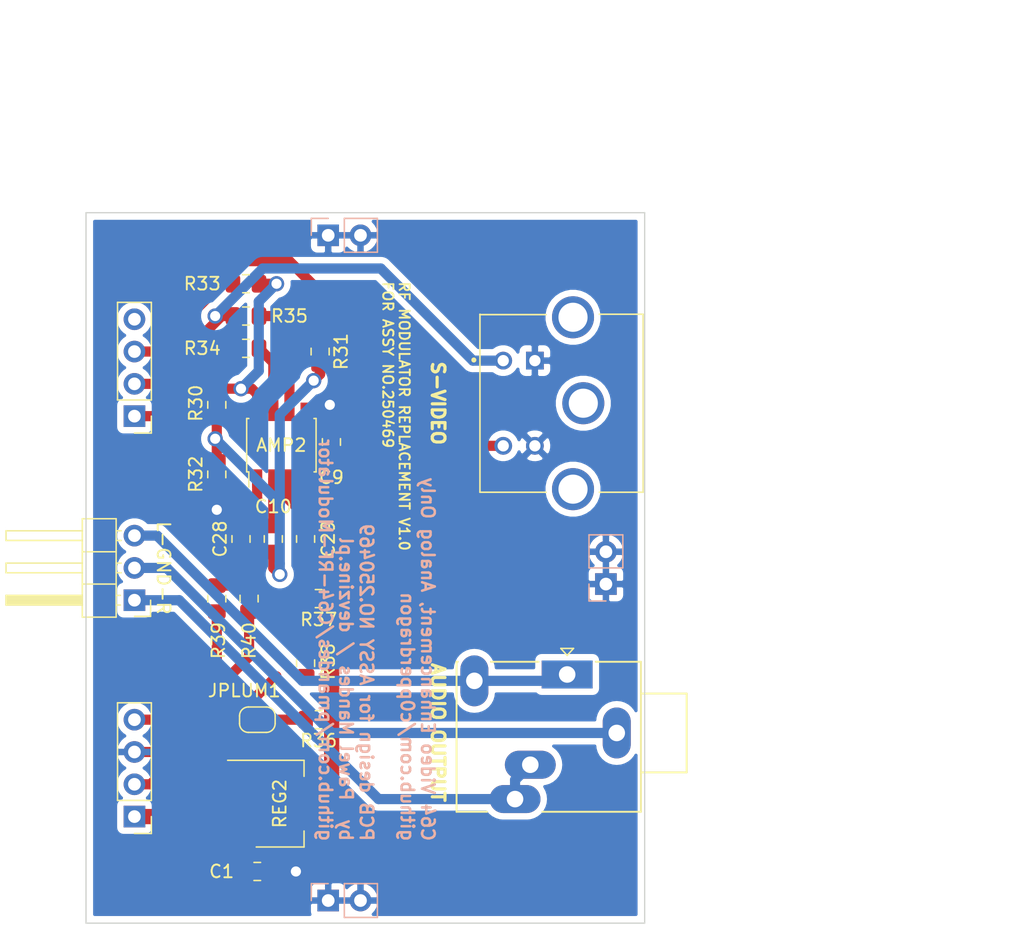
<source format=kicad_pcb>
(kicad_pcb (version 20171130) (host pcbnew "(5.1.9)-1")

  (general
    (thickness 1.6)
    (drawings 19)
    (tracks 129)
    (zones 0)
    (modules 27)
    (nets 22)
  )

  (page A4)
  (layers
    (0 F.Cu signal)
    (31 B.Cu signal)
    (32 B.Adhes user hide)
    (33 F.Adhes user hide)
    (34 B.Paste user hide)
    (35 F.Paste user hide)
    (36 B.SilkS user hide)
    (37 F.SilkS user)
    (38 B.Mask user hide)
    (39 F.Mask user hide)
    (40 Dwgs.User user)
    (41 Cmts.User user hide)
    (42 Eco1.User user hide)
    (43 Eco2.User user hide)
    (44 Edge.Cuts user hide)
    (45 Margin user hide)
    (46 B.CrtYd user)
    (47 F.CrtYd user)
    (48 B.Fab user hide)
    (49 F.Fab user hide)
  )

  (setup
    (last_trace_width 0.8)
    (user_trace_width 0.5)
    (user_trace_width 0.8)
    (user_trace_width 1.2)
    (trace_clearance 0.2)
    (zone_clearance 0.508)
    (zone_45_only no)
    (trace_min 0.2)
    (via_size 0.6)
    (via_drill 0.4)
    (via_min_size 0.4)
    (via_min_drill 0.3)
    (user_via 1.2 0.8)
    (user_via 5 4)
    (uvia_size 0.3)
    (uvia_drill 0.1)
    (uvias_allowed no)
    (uvia_min_size 0.2)
    (uvia_min_drill 0.1)
    (edge_width 0.1)
    (segment_width 0.2)
    (pcb_text_width 0.3)
    (pcb_text_size 1.5 1.5)
    (mod_edge_width 0.15)
    (mod_text_size 1 1)
    (mod_text_width 0.15)
    (pad_size 4 2.2)
    (pad_drill 1.3)
    (pad_to_mask_clearance 0)
    (aux_axis_origin 0 0)
    (visible_elements 7FFDFFFF)
    (pcbplotparams
      (layerselection 0x010f0_ffffffff)
      (usegerberextensions false)
      (usegerberattributes false)
      (usegerberadvancedattributes false)
      (creategerberjobfile false)
      (excludeedgelayer true)
      (linewidth 0.100000)
      (plotframeref false)
      (viasonmask false)
      (mode 1)
      (useauxorigin false)
      (hpglpennumber 1)
      (hpglpenspeed 20)
      (hpglpendiameter 15.000000)
      (psnegative false)
      (psa4output false)
      (plotreference true)
      (plotvalue true)
      (plotinvisibletext false)
      (padsonsilk false)
      (subtractmaskfromsilk false)
      (outputformat 1)
      (mirror false)
      (drillshape 0)
      (scaleselection 1)
      (outputdirectory "gerber/"))
  )

  (net 0 "")
  (net 1 "Net-(AMP2-Pad1)")
  (net 2 "Net-(AMP2-Pad2)")
  (net 3 "Net-(AMP2-Pad3)")
  (net 4 /3V3X)
  (net 5 "Net-(AMP2-Pad8)")
  (net 6 "Net-(AMP2-Pad7)")
  (net 7 "Net-(AMP2-Pad6)")
  (net 8 +12V)
  (net 9 "Net-(C10-Pad2)")
  (net 10 "Net-(C28-Pad1)")
  (net 11 "Net-(C29-Pad1)")
  (net 12 /CHROMA_OUT)
  (net 13 /COMPOSITE_OUT)
  (net 14 /LUMA_OUT)
  (net 15 /LUMA_IN)
  (net 16 /CHROMA_IN)
  (net 17 GNDA)
  (net 18 "Net-(JPLUM1-Pad1)")
  (net 19 /AUDIO_LEFT)
  (net 20 /AUDIO_GND)
  (net 21 /AUDIO_RIGHT)

  (net_class Default "Dies ist die voreingestellte Netzklasse."
    (clearance 0.2)
    (trace_width 0.25)
    (via_dia 0.6)
    (via_drill 0.4)
    (uvia_dia 0.3)
    (uvia_drill 0.1)
    (add_net /AUDIO_GND)
    (add_net /AUDIO_LEFT)
    (add_net /AUDIO_RIGHT)
    (add_net /CHROMA_IN)
    (add_net /CHROMA_OUT)
    (add_net /COMPOSITE_OUT)
    (add_net /LUMA_IN)
    (add_net /LUMA_OUT)
    (add_net GNDA)
    (add_net "Net-(AMP2-Pad1)")
    (add_net "Net-(AMP2-Pad2)")
    (add_net "Net-(AMP2-Pad3)")
    (add_net "Net-(AMP2-Pad6)")
    (add_net "Net-(AMP2-Pad7)")
    (add_net "Net-(AMP2-Pad8)")
    (add_net "Net-(C10-Pad2)")
    (add_net "Net-(C28-Pad1)")
    (add_net "Net-(C29-Pad1)")
    (add_net "Net-(JPLUM1-Pad1)")
  )

  (net_class power ""
    (clearance 0.2)
    (trace_width 0.5)
    (via_dia 1.2)
    (via_drill 0.8)
    (uvia_dia 0.3)
    (uvia_drill 0.1)
    (add_net +12V)
    (add_net /3V3X)
  )

  (module Connector_Audio:Jack_3.5mm_Ledino_KB3SPRS_Horizontal (layer F.Cu) (tedit 5BC12D58) (tstamp 6047F7F4)
    (at 141.986 91.44 180)
    (descr https://www.reichelt.de/index.html?ACTION=7&LA=3&OPEN=0&INDEX=0&FILENAME=C160%252FKB3SPRS.pdf)
    (tags "jack stereo TRS")
    (path /603C548A)
    (fp_text reference STEREO_OUT1 (at 1.688 -12.728 180) (layer F.SilkS) hide
      (effects (font (size 1 1) (thickness 0.15)))
    )
    (fp_text value AudioJack2_Ground (at 2.3 -12.2 180) (layer F.Fab)
      (effects (font (size 1 1) (thickness 0.15)))
    )
    (fp_circle (center 0.1 -1.75) (end 0.4 -1.55) (layer F.Fab) (width 0.12))
    (fp_line (start 9.1 2) (end 9.1 -11.4) (layer F.CrtYd) (width 0.05))
    (fp_line (start -9.8 -11.4) (end -9.8 2) (layer F.CrtYd) (width 0.05))
    (fp_line (start -9.4 -1.5) (end -5.8 -1.5) (layer F.SilkS) (width 0.15))
    (fp_line (start -9.4 -7.7) (end -9.4 -1.5) (layer F.SilkS) (width 0.15))
    (fp_line (start -5.8 -7.7) (end -9.4 -7.7) (layer F.SilkS) (width 0.15))
    (fp_line (start -5.8 1) (end -5.8 -10.8) (layer F.SilkS) (width 0.15))
    (fp_line (start -2.25 1) (end -5.8 1) (layer F.SilkS) (width 0.15))
    (fp_line (start 6 1) (end 2.25 1) (layer F.SilkS) (width 0.15))
    (fp_line (start 8.7 1) (end 8.6 1) (layer F.SilkS) (width 0.15))
    (fp_line (start 8.7 -10.8) (end 8.7 1) (layer F.SilkS) (width 0.15))
    (fp_line (start 6.3 -10.8) (end 8.7 -10.8) (layer F.SilkS) (width 0.15))
    (fp_line (start -5.8 -10.8) (end 1.95 -10.8) (layer F.SilkS) (width 0.15))
    (fp_line (start 9.1 -11.4) (end -9.8 -11.4) (layer F.CrtYd) (width 0.05))
    (fp_line (start -9.8 2) (end 9.1 2) (layer F.CrtYd) (width 0.05))
    (fp_line (start 8.6 -10.7) (end -5.7 -10.7) (layer F.Fab) (width 0.1))
    (fp_line (start 8.6 0.9) (end 8.6 -10.7) (layer F.Fab) (width 0.1))
    (fp_line (start -5.7 0.9) (end 8.6 0.9) (layer F.Fab) (width 0.1))
    (fp_line (start -5.7 -10.7) (end -5.7 0.9) (layer F.Fab) (width 0.1))
    (fp_line (start -9.3 -7.6) (end -5.7 -7.6) (layer F.Fab) (width 0.1))
    (fp_line (start -9.3 -1.6) (end -5.7 -1.6) (layer F.Fab) (width 0.1))
    (fp_line (start -9.3 -7.6) (end -9.3 -1.6) (layer F.Fab) (width 0.1))
    (fp_line (start 0 1.5) (end -0.5 2.05) (layer F.SilkS) (width 0.12))
    (fp_line (start -0.5 2.05) (end 0.5 2.05) (layer F.SilkS) (width 0.12))
    (fp_line (start 0.5 2.05) (end 0 1.5) (layer F.SilkS) (width 0.12))
    (fp_text user %R (at 2.7 -4.6 180) (layer F.Fab)
      (effects (font (size 1 1) (thickness 0.15)))
    )
    (pad S thru_hole oval (at -3.9 -4.6 180) (size 2.2 4) (drill 1.3) (layers *.Cu *.Mask)
      (net 20 /AUDIO_GND))
    (pad R thru_hole oval (at 4.1 -9.8 180) (size 4 2.2) (drill 1.3) (layers *.Cu *.Mask)
      (net 21 /AUDIO_RIGHT))
    (pad RN thru_hole oval (at 2.9 -7.1 180) (size 4 2.2) (drill 1.3) (layers *.Cu *.Mask)
      (net 21 /AUDIO_RIGHT))
    (pad TN thru_hole oval (at 7.3 -0.5 270) (size 4 2.2) (drill 1.3) (layers *.Cu *.Mask)
      (net 19 /AUDIO_LEFT))
    (pad T thru_hole rect (at 0 0 180) (size 4 2.2) (drill 1.3) (layers *.Cu *.Mask)
      (net 19 /AUDIO_LEFT))
    (model ${KISYS3DMOD}/Connector_Audio.3dshapes/Jack_3.5mm_Ledino_KB3SPRS_Horizontal.wrl
      (at (xyz 0 0 0))
      (scale (xyz 1 1 1))
      (rotate (xyz 0 0 0))
    )
  )

  (module footprints:TE_5749181-1 (layer F.Cu) (tedit 603A9139) (tstamp 6047FA11)
    (at 139.446 70.104 270)
    (path /603A943E)
    (fp_text reference S-VIDEO1 (at 8.382 1.524 180) (layer F.SilkS) hide
      (effects (font (size 0.800449 0.800449) (thickness 0.015)))
    )
    (fp_text value Mini-DIN-4 (at -0.57404 7.25231 90) (layer F.Fab)
      (effects (font (size 0.800031 0.800031) (thickness 0.015)))
    )
    (fp_circle (center -3.4 4.8) (end -3.3 4.8) (layer F.SilkS) (width 0.2))
    (fp_line (start -7 -5.07) (end -7 -8.51) (layer F.SilkS) (width 0.127))
    (fp_line (start 7 -5.07) (end 7 -8.51) (layer F.SilkS) (width 0.127))
    (fp_line (start -6.97 -0.89) (end -6.97 4.32) (layer F.SilkS) (width 0.127))
    (fp_line (start 7 -0.89) (end 7 4.32) (layer F.SilkS) (width 0.127))
    (fp_line (start -7.25 4.57) (end -7.25 -8.76) (layer F.CrtYd) (width 0.05))
    (fp_line (start 7.25 4.57) (end -7.25 4.57) (layer F.CrtYd) (width 0.05))
    (fp_line (start 7.25 -8.76) (end 7.25 4.57) (layer F.CrtYd) (width 0.05))
    (fp_line (start -7.25 -8.76) (end 7.25 -8.76) (layer F.CrtYd) (width 0.05))
    (fp_line (start -6.97 4.32) (end -7 4.32) (layer F.SilkS) (width 0.127))
    (fp_line (start 7 4.32) (end -6.97 4.32) (layer F.SilkS) (width 0.127))
    (fp_line (start -7 -8.51) (end 7 -8.51) (layer F.SilkS) (width 0.127))
    (fp_line (start -7 4.32) (end -7 -8.51) (layer F.Fab) (width 0.127))
    (fp_line (start 7 4.32) (end -7 4.32) (layer F.Fab) (width 0.127))
    (fp_line (start 7 -8.51) (end 7 4.32) (layer F.Fab) (width 0.127))
    (fp_line (start -7 -8.51) (end 7 -8.51) (layer F.Fab) (width 0.127))
    (pad 7 thru_hole circle (at -6.76 -3 270) (size 3.306 3.306) (drill 2.29) (layers *.Cu *.Mask))
    (pad 6 thru_hole circle (at 6.76 -3 270) (size 3.306 3.306) (drill 2.29) (layers *.Cu *.Mask))
    (pad 5 thru_hole circle (at 0 -3.81 270) (size 3.306 3.306) (drill 2.29) (layers *.Cu *.Mask))
    (pad 4 thru_hole circle (at 3.35 2.49 270) (size 1.398 1.398) (drill 0.89) (layers *.Cu *.Mask)
      (net 12 /CHROMA_OUT))
    (pad 2 thru_hole circle (at 3.35 0 270) (size 1.398 1.398) (drill 0.89) (layers *.Cu *.Mask)
      (net 17 GNDA))
    (pad 3 thru_hole circle (at -3.35 2.49 270) (size 1.398 1.398) (drill 0.89) (layers *.Cu *.Mask)
      (net 14 /LUMA_OUT))
    (pad 1 thru_hole rect (at -3.35 0 270) (size 1.398 1.398) (drill 0.89) (layers *.Cu *.Mask)
      (net 17 GNDA))
  )

  (module Connector_PinHeader_2.54mm:PinHeader_1x02_P2.54mm_Vertical (layer B.Cu) (tedit 59FED5CC) (tstamp 6047F55C)
    (at 123.19 56.896 270)
    (descr "Through hole straight pin header, 1x02, 2.54mm pitch, single row")
    (tags "Through hole pin header THT 1x02 2.54mm single row")
    (path /60407866)
    (fp_text reference GND3 (at -3.048 -1.524 180) (layer B.SilkS) hide
      (effects (font (size 1 1) (thickness 0.15)) (justify mirror))
    )
    (fp_text value Conn_01x02 (at 0 -4.87 270) (layer B.Fab)
      (effects (font (size 1 1) (thickness 0.15)) (justify mirror))
    )
    (fp_line (start 1.8 1.8) (end -1.8 1.8) (layer B.CrtYd) (width 0.05))
    (fp_line (start 1.8 -4.35) (end 1.8 1.8) (layer B.CrtYd) (width 0.05))
    (fp_line (start -1.8 -4.35) (end 1.8 -4.35) (layer B.CrtYd) (width 0.05))
    (fp_line (start -1.8 1.8) (end -1.8 -4.35) (layer B.CrtYd) (width 0.05))
    (fp_line (start -1.33 1.33) (end 0 1.33) (layer B.SilkS) (width 0.12))
    (fp_line (start -1.33 0) (end -1.33 1.33) (layer B.SilkS) (width 0.12))
    (fp_line (start -1.33 -1.27) (end 1.33 -1.27) (layer B.SilkS) (width 0.12))
    (fp_line (start 1.33 -1.27) (end 1.33 -3.87) (layer B.SilkS) (width 0.12))
    (fp_line (start -1.33 -1.27) (end -1.33 -3.87) (layer B.SilkS) (width 0.12))
    (fp_line (start -1.33 -3.87) (end 1.33 -3.87) (layer B.SilkS) (width 0.12))
    (fp_line (start -1.27 0.635) (end -0.635 1.27) (layer B.Fab) (width 0.1))
    (fp_line (start -1.27 -3.81) (end -1.27 0.635) (layer B.Fab) (width 0.1))
    (fp_line (start 1.27 -3.81) (end -1.27 -3.81) (layer B.Fab) (width 0.1))
    (fp_line (start 1.27 1.27) (end 1.27 -3.81) (layer B.Fab) (width 0.1))
    (fp_line (start -0.635 1.27) (end 1.27 1.27) (layer B.Fab) (width 0.1))
    (fp_text user %R (at 0 -1.27 180) (layer B.Fab)
      (effects (font (size 1 1) (thickness 0.15)) (justify mirror))
    )
    (pad 2 thru_hole oval (at 0 -2.54 270) (size 1.7 1.7) (drill 1) (layers *.Cu *.Mask)
      (net 17 GNDA))
    (pad 1 thru_hole rect (at 0 0 270) (size 1.7 1.7) (drill 1) (layers *.Cu *.Mask)
      (net 17 GNDA))
    (model ${KISYS3DMOD}/Connector_PinHeader_2.54mm.3dshapes/PinHeader_1x02_P2.54mm_Vertical.wrl
      (at (xyz 0 0 0))
      (scale (xyz 1 1 1))
      (rotate (xyz 0 0 0))
    )
  )

  (module Connector_PinHeader_2.54mm:PinHeader_1x02_P2.54mm_Vertical (layer B.Cu) (tedit 59FED5CC) (tstamp 603AB509)
    (at 123.19 109.22 270)
    (descr "Through hole straight pin header, 1x02, 2.54mm pitch, single row")
    (tags "Through hole pin header THT 1x02 2.54mm single row")
    (path /6040741D)
    (fp_text reference GND2 (at 3.048 -1.27 180) (layer B.SilkS) hide
      (effects (font (size 1 1) (thickness 0.15)) (justify mirror))
    )
    (fp_text value Conn_01x02 (at 0 -4.87 270) (layer B.Fab)
      (effects (font (size 1 1) (thickness 0.15)) (justify mirror))
    )
    (fp_line (start 1.8 1.8) (end -1.8 1.8) (layer B.CrtYd) (width 0.05))
    (fp_line (start 1.8 -4.35) (end 1.8 1.8) (layer B.CrtYd) (width 0.05))
    (fp_line (start -1.8 -4.35) (end 1.8 -4.35) (layer B.CrtYd) (width 0.05))
    (fp_line (start -1.8 1.8) (end -1.8 -4.35) (layer B.CrtYd) (width 0.05))
    (fp_line (start -1.33 1.33) (end 0 1.33) (layer B.SilkS) (width 0.12))
    (fp_line (start -1.33 0) (end -1.33 1.33) (layer B.SilkS) (width 0.12))
    (fp_line (start -1.33 -1.27) (end 1.33 -1.27) (layer B.SilkS) (width 0.12))
    (fp_line (start 1.33 -1.27) (end 1.33 -3.87) (layer B.SilkS) (width 0.12))
    (fp_line (start -1.33 -1.27) (end -1.33 -3.87) (layer B.SilkS) (width 0.12))
    (fp_line (start -1.33 -3.87) (end 1.33 -3.87) (layer B.SilkS) (width 0.12))
    (fp_line (start -1.27 0.635) (end -0.635 1.27) (layer B.Fab) (width 0.1))
    (fp_line (start -1.27 -3.81) (end -1.27 0.635) (layer B.Fab) (width 0.1))
    (fp_line (start 1.27 -3.81) (end -1.27 -3.81) (layer B.Fab) (width 0.1))
    (fp_line (start 1.27 1.27) (end 1.27 -3.81) (layer B.Fab) (width 0.1))
    (fp_line (start -0.635 1.27) (end 1.27 1.27) (layer B.Fab) (width 0.1))
    (fp_text user %R (at 0 -1.27 180) (layer B.Fab)
      (effects (font (size 1 1) (thickness 0.15)) (justify mirror))
    )
    (pad 2 thru_hole oval (at 0 -2.54 270) (size 1.7 1.7) (drill 1) (layers *.Cu *.Mask)
      (net 17 GNDA))
    (pad 1 thru_hole rect (at 0 0 270) (size 1.7 1.7) (drill 1) (layers *.Cu *.Mask)
      (net 17 GNDA))
    (model ${KISYS3DMOD}/Connector_PinHeader_2.54mm.3dshapes/PinHeader_1x02_P2.54mm_Vertical.wrl
      (at (xyz 0 0 0))
      (scale (xyz 1 1 1))
      (rotate (xyz 0 0 0))
    )
  )

  (module Connector_PinHeader_2.54mm:PinHeader_1x02_P2.54mm_Vertical (layer B.Cu) (tedit 59FED5CC) (tstamp 603AB4F3)
    (at 145.034 84.328)
    (descr "Through hole straight pin header, 1x02, 2.54mm pitch, single row")
    (tags "Through hole pin header THT 1x02 2.54mm single row")
    (path /6040665E)
    (fp_text reference GND1 (at -3.048 -1.016 -270) (layer B.SilkS) hide
      (effects (font (size 1 1) (thickness 0.15)) (justify mirror))
    )
    (fp_text value Conn_01x02 (at 0 -4.87) (layer B.Fab)
      (effects (font (size 1 1) (thickness 0.15)) (justify mirror))
    )
    (fp_line (start 1.8 1.8) (end -1.8 1.8) (layer B.CrtYd) (width 0.05))
    (fp_line (start 1.8 -4.35) (end 1.8 1.8) (layer B.CrtYd) (width 0.05))
    (fp_line (start -1.8 -4.35) (end 1.8 -4.35) (layer B.CrtYd) (width 0.05))
    (fp_line (start -1.8 1.8) (end -1.8 -4.35) (layer B.CrtYd) (width 0.05))
    (fp_line (start -1.33 1.33) (end 0 1.33) (layer B.SilkS) (width 0.12))
    (fp_line (start -1.33 0) (end -1.33 1.33) (layer B.SilkS) (width 0.12))
    (fp_line (start -1.33 -1.27) (end 1.33 -1.27) (layer B.SilkS) (width 0.12))
    (fp_line (start 1.33 -1.27) (end 1.33 -3.87) (layer B.SilkS) (width 0.12))
    (fp_line (start -1.33 -1.27) (end -1.33 -3.87) (layer B.SilkS) (width 0.12))
    (fp_line (start -1.33 -3.87) (end 1.33 -3.87) (layer B.SilkS) (width 0.12))
    (fp_line (start -1.27 0.635) (end -0.635 1.27) (layer B.Fab) (width 0.1))
    (fp_line (start -1.27 -3.81) (end -1.27 0.635) (layer B.Fab) (width 0.1))
    (fp_line (start 1.27 -3.81) (end -1.27 -3.81) (layer B.Fab) (width 0.1))
    (fp_line (start 1.27 1.27) (end 1.27 -3.81) (layer B.Fab) (width 0.1))
    (fp_line (start -0.635 1.27) (end 1.27 1.27) (layer B.Fab) (width 0.1))
    (fp_text user %R (at 0 -1.27 -90) (layer B.Fab)
      (effects (font (size 1 1) (thickness 0.15)) (justify mirror))
    )
    (pad 2 thru_hole oval (at 0 -2.54) (size 1.7 1.7) (drill 1) (layers *.Cu *.Mask)
      (net 17 GNDA))
    (pad 1 thru_hole rect (at 0 0) (size 1.7 1.7) (drill 1) (layers *.Cu *.Mask)
      (net 17 GNDA))
    (model ${KISYS3DMOD}/Connector_PinHeader_2.54mm.3dshapes/PinHeader_1x02_P2.54mm_Vertical.wrl
      (at (xyz 0 0 0))
      (scale (xyz 1 1 1))
      (rotate (xyz 0 0 0))
    )
  )

  (module Connector_PinHeader_2.54mm:PinHeader_1x03_P2.54mm_Horizontal (layer F.Cu) (tedit 59FED5CB) (tstamp 603AB43D)
    (at 107.95 85.598 180)
    (descr "Through hole angled pin header, 1x03, 2.54mm pitch, 6mm pin length, single row")
    (tags "Through hole angled pin header THT 1x03 2.54mm single row")
    (path /603AF0A5)
    (fp_text reference AUDIO_OUT1 (at -1.016 -2.794) (layer F.SilkS) hide
      (effects (font (size 1 1) (thickness 0.15)))
    )
    (fp_text value Conn_01x03 (at 4.385 7.35 180) (layer F.Fab)
      (effects (font (size 1 1) (thickness 0.15)))
    )
    (fp_line (start 10.55 -1.8) (end -1.8 -1.8) (layer F.CrtYd) (width 0.05))
    (fp_line (start 10.55 6.85) (end 10.55 -1.8) (layer F.CrtYd) (width 0.05))
    (fp_line (start -1.8 6.85) (end 10.55 6.85) (layer F.CrtYd) (width 0.05))
    (fp_line (start -1.8 -1.8) (end -1.8 6.85) (layer F.CrtYd) (width 0.05))
    (fp_line (start -1.27 -1.27) (end 0 -1.27) (layer F.SilkS) (width 0.12))
    (fp_line (start -1.27 0) (end -1.27 -1.27) (layer F.SilkS) (width 0.12))
    (fp_line (start 1.042929 5.46) (end 1.44 5.46) (layer F.SilkS) (width 0.12))
    (fp_line (start 1.042929 4.7) (end 1.44 4.7) (layer F.SilkS) (width 0.12))
    (fp_line (start 10.1 5.46) (end 4.1 5.46) (layer F.SilkS) (width 0.12))
    (fp_line (start 10.1 4.7) (end 10.1 5.46) (layer F.SilkS) (width 0.12))
    (fp_line (start 4.1 4.7) (end 10.1 4.7) (layer F.SilkS) (width 0.12))
    (fp_line (start 1.44 3.81) (end 4.1 3.81) (layer F.SilkS) (width 0.12))
    (fp_line (start 1.042929 2.92) (end 1.44 2.92) (layer F.SilkS) (width 0.12))
    (fp_line (start 1.042929 2.16) (end 1.44 2.16) (layer F.SilkS) (width 0.12))
    (fp_line (start 10.1 2.92) (end 4.1 2.92) (layer F.SilkS) (width 0.12))
    (fp_line (start 10.1 2.16) (end 10.1 2.92) (layer F.SilkS) (width 0.12))
    (fp_line (start 4.1 2.16) (end 10.1 2.16) (layer F.SilkS) (width 0.12))
    (fp_line (start 1.44 1.27) (end 4.1 1.27) (layer F.SilkS) (width 0.12))
    (fp_line (start 1.11 0.38) (end 1.44 0.38) (layer F.SilkS) (width 0.12))
    (fp_line (start 1.11 -0.38) (end 1.44 -0.38) (layer F.SilkS) (width 0.12))
    (fp_line (start 4.1 0.28) (end 10.1 0.28) (layer F.SilkS) (width 0.12))
    (fp_line (start 4.1 0.16) (end 10.1 0.16) (layer F.SilkS) (width 0.12))
    (fp_line (start 4.1 0.04) (end 10.1 0.04) (layer F.SilkS) (width 0.12))
    (fp_line (start 4.1 -0.08) (end 10.1 -0.08) (layer F.SilkS) (width 0.12))
    (fp_line (start 4.1 -0.2) (end 10.1 -0.2) (layer F.SilkS) (width 0.12))
    (fp_line (start 4.1 -0.32) (end 10.1 -0.32) (layer F.SilkS) (width 0.12))
    (fp_line (start 10.1 0.38) (end 4.1 0.38) (layer F.SilkS) (width 0.12))
    (fp_line (start 10.1 -0.38) (end 10.1 0.38) (layer F.SilkS) (width 0.12))
    (fp_line (start 4.1 -0.38) (end 10.1 -0.38) (layer F.SilkS) (width 0.12))
    (fp_line (start 4.1 -1.33) (end 1.44 -1.33) (layer F.SilkS) (width 0.12))
    (fp_line (start 4.1 6.41) (end 4.1 -1.33) (layer F.SilkS) (width 0.12))
    (fp_line (start 1.44 6.41) (end 4.1 6.41) (layer F.SilkS) (width 0.12))
    (fp_line (start 1.44 -1.33) (end 1.44 6.41) (layer F.SilkS) (width 0.12))
    (fp_line (start 4.04 5.4) (end 10.04 5.4) (layer F.Fab) (width 0.1))
    (fp_line (start 10.04 4.76) (end 10.04 5.4) (layer F.Fab) (width 0.1))
    (fp_line (start 4.04 4.76) (end 10.04 4.76) (layer F.Fab) (width 0.1))
    (fp_line (start -0.32 5.4) (end 1.5 5.4) (layer F.Fab) (width 0.1))
    (fp_line (start -0.32 4.76) (end -0.32 5.4) (layer F.Fab) (width 0.1))
    (fp_line (start -0.32 4.76) (end 1.5 4.76) (layer F.Fab) (width 0.1))
    (fp_line (start 4.04 2.86) (end 10.04 2.86) (layer F.Fab) (width 0.1))
    (fp_line (start 10.04 2.22) (end 10.04 2.86) (layer F.Fab) (width 0.1))
    (fp_line (start 4.04 2.22) (end 10.04 2.22) (layer F.Fab) (width 0.1))
    (fp_line (start -0.32 2.86) (end 1.5 2.86) (layer F.Fab) (width 0.1))
    (fp_line (start -0.32 2.22) (end -0.32 2.86) (layer F.Fab) (width 0.1))
    (fp_line (start -0.32 2.22) (end 1.5 2.22) (layer F.Fab) (width 0.1))
    (fp_line (start 4.04 0.32) (end 10.04 0.32) (layer F.Fab) (width 0.1))
    (fp_line (start 10.04 -0.32) (end 10.04 0.32) (layer F.Fab) (width 0.1))
    (fp_line (start 4.04 -0.32) (end 10.04 -0.32) (layer F.Fab) (width 0.1))
    (fp_line (start -0.32 0.32) (end 1.5 0.32) (layer F.Fab) (width 0.1))
    (fp_line (start -0.32 -0.32) (end -0.32 0.32) (layer F.Fab) (width 0.1))
    (fp_line (start -0.32 -0.32) (end 1.5 -0.32) (layer F.Fab) (width 0.1))
    (fp_line (start 1.5 -0.635) (end 2.135 -1.27) (layer F.Fab) (width 0.1))
    (fp_line (start 1.5 6.35) (end 1.5 -0.635) (layer F.Fab) (width 0.1))
    (fp_line (start 4.04 6.35) (end 1.5 6.35) (layer F.Fab) (width 0.1))
    (fp_line (start 4.04 -1.27) (end 4.04 6.35) (layer F.Fab) (width 0.1))
    (fp_line (start 2.135 -1.27) (end 4.04 -1.27) (layer F.Fab) (width 0.1))
    (fp_text user %R (at -3.302 2.794 270) (layer F.Fab)
      (effects (font (size 1 1) (thickness 0.15)))
    )
    (pad 3 thru_hole oval (at 0 5.08 180) (size 1.7 1.7) (drill 1) (layers *.Cu *.Mask)
      (net 19 /AUDIO_LEFT))
    (pad 2 thru_hole oval (at 0 2.54 180) (size 1.7 1.7) (drill 1) (layers *.Cu *.Mask)
      (net 20 /AUDIO_GND))
    (pad 1 thru_hole rect (at 0 0 180) (size 1.7 1.7) (drill 1) (layers *.Cu *.Mask)
      (net 21 /AUDIO_RIGHT))
    (model ${KISYS3DMOD}/Connector_PinHeader_2.54mm.3dshapes/PinHeader_1x03_P2.54mm_Horizontal.wrl
      (at (xyz 0 0 0))
      (scale (xyz 1 1 1))
      (rotate (xyz 0 0 0))
    )
  )

  (module Connector_PinHeader_2.54mm:PinHeader_1x04_P2.54mm_Vertical (layer F.Cu) (tedit 5DF00337) (tstamp 5C40FF98)
    (at 107.95 102.616 180)
    (descr "Through hole straight pin header, 1x04, 2.54mm pitch, single row")
    (tags "Through hole pin header THT 1x04 2.54mm single row")
    (path /5C1AE72D)
    (fp_text reference RFCONC2 (at 2.794 4.064 270) (layer F.SilkS) hide
      (effects (font (size 1 1) (thickness 0.15)))
    )
    (fp_text value Conn_01x04 (at 0 9.95 180) (layer F.Fab)
      (effects (font (size 1 1) (thickness 0.15)))
    )
    (fp_line (start -0.635 -1.27) (end 1.27 -1.27) (layer F.Fab) (width 0.1))
    (fp_line (start 1.27 -1.27) (end 1.27 8.89) (layer F.Fab) (width 0.1))
    (fp_line (start 1.27 8.89) (end -1.27 8.89) (layer F.Fab) (width 0.1))
    (fp_line (start -1.27 8.89) (end -1.27 -0.635) (layer F.Fab) (width 0.1))
    (fp_line (start -1.27 -0.635) (end -0.635 -1.27) (layer F.Fab) (width 0.1))
    (fp_line (start -1.33 8.95) (end 1.33 8.95) (layer F.SilkS) (width 0.12))
    (fp_line (start -1.33 1.27) (end -1.33 8.95) (layer F.SilkS) (width 0.12))
    (fp_line (start 1.33 1.27) (end 1.33 8.95) (layer F.SilkS) (width 0.12))
    (fp_line (start -1.33 1.27) (end 1.33 1.27) (layer F.SilkS) (width 0.12))
    (fp_line (start -1.33 0) (end -1.33 -1.33) (layer F.SilkS) (width 0.12))
    (fp_line (start -1.33 -1.33) (end 0 -1.33) (layer F.SilkS) (width 0.12))
    (fp_line (start -1.8 -1.8) (end -1.8 9.4) (layer F.CrtYd) (width 0.05))
    (fp_line (start -1.8 9.4) (end 1.8 9.4) (layer F.CrtYd) (width 0.05))
    (fp_line (start 1.8 9.4) (end 1.8 -1.8) (layer F.CrtYd) (width 0.05))
    (fp_line (start 1.8 -1.8) (end -1.8 -1.8) (layer F.CrtYd) (width 0.05))
    (fp_text user %R (at -3.048 4.572 270) (layer F.Fab) hide
      (effects (font (size 1 1) (thickness 0.15)))
    )
    (pad 4 thru_hole oval (at 0 7.62 180) (size 1.7 1.7) (drill 1) (layers *.Cu *.Mask)
      (net 16 /CHROMA_IN))
    (pad 3 thru_hole oval (at 0 5.08 180) (size 1.7 1.7) (drill 1) (layers *.Cu *.Mask)
      (net 17 GNDA))
    (pad 2 thru_hole oval (at 0 2.54 180) (size 1.7 1.7) (drill 1) (layers *.Cu *.Mask)
      (net 15 /LUMA_IN))
    (pad 1 thru_hole rect (at 0 0 180) (size 1.7 1.7) (drill 1) (layers *.Cu *.Mask)
      (net 8 +12V))
  )

  (module Connector_PinHeader_2.54mm:PinHeader_1x04_P2.54mm_Vertical (layer F.Cu) (tedit 5DF0030D) (tstamp 6047F468)
    (at 107.95 71.12 180)
    (descr "Through hole straight pin header, 1x04, 2.54mm pitch, single row")
    (tags "Through hole pin header THT 1x04 2.54mm single row")
    (path /5C1AE2CA)
    (fp_text reference RFCONC1 (at 2.794 3.81 90) (layer F.SilkS) hide
      (effects (font (size 1 1) (thickness 0.15)))
    )
    (fp_text value Conn_01x04 (at 0 9.95 180) (layer F.Fab)
      (effects (font (size 1 1) (thickness 0.15)))
    )
    (fp_line (start 1.8 -1.8) (end -1.8 -1.8) (layer F.CrtYd) (width 0.05))
    (fp_line (start 1.8 9.4) (end 1.8 -1.8) (layer F.CrtYd) (width 0.05))
    (fp_line (start -1.8 9.4) (end 1.8 9.4) (layer F.CrtYd) (width 0.05))
    (fp_line (start -1.8 -1.8) (end -1.8 9.4) (layer F.CrtYd) (width 0.05))
    (fp_line (start -1.33 -1.33) (end 0 -1.33) (layer F.SilkS) (width 0.12))
    (fp_line (start -1.33 0) (end -1.33 -1.33) (layer F.SilkS) (width 0.12))
    (fp_line (start -1.33 1.27) (end 1.33 1.27) (layer F.SilkS) (width 0.12))
    (fp_line (start 1.33 1.27) (end 1.33 8.95) (layer F.SilkS) (width 0.12))
    (fp_line (start -1.33 1.27) (end -1.33 8.95) (layer F.SilkS) (width 0.12))
    (fp_line (start -1.33 8.95) (end 1.33 8.95) (layer F.SilkS) (width 0.12))
    (fp_line (start -1.27 -0.635) (end -0.635 -1.27) (layer F.Fab) (width 0.1))
    (fp_line (start -1.27 8.89) (end -1.27 -0.635) (layer F.Fab) (width 0.1))
    (fp_line (start 1.27 8.89) (end -1.27 8.89) (layer F.Fab) (width 0.1))
    (fp_line (start 1.27 -1.27) (end 1.27 8.89) (layer F.Fab) (width 0.1))
    (fp_line (start -0.635 -1.27) (end 1.27 -1.27) (layer F.Fab) (width 0.1))
    (fp_text user %R (at -3.048 4.064 270) (layer F.Fab) hide
      (effects (font (size 1 1) (thickness 0.15)))
    )
    (pad 1 thru_hole rect (at 0 0 180) (size 1.7 1.7) (drill 1) (layers *.Cu *.Mask)
      (net 13 /COMPOSITE_OUT))
    (pad 2 thru_hole oval (at 0 2.54 180) (size 1.7 1.7) (drill 1) (layers *.Cu *.Mask)
      (net 14 /LUMA_OUT))
    (pad 3 thru_hole oval (at 0 5.08 180) (size 1.7 1.7) (drill 1) (layers *.Cu *.Mask)
      (net 12 /CHROMA_OUT))
    (pad 4 thru_hole oval (at 0 7.62 180) (size 1.7 1.7) (drill 1) (layers *.Cu *.Mask))
  )

  (module Package_SO:SSOP-8_3.95x5.21x3.27mm_P1.27mm (layer F.Cu) (tedit 5A8B0651) (tstamp 5DFB07F7)
    (at 119.507 73.406 90)
    (descr "SSOP-8 3.95x5.21x3.27mm Pitch 1.27mm")
    (tags "SSOP-8 3.95x5.21x3.27mm 1.27mm")
    (path /5CA1C516)
    (attr smd)
    (fp_text reference AMP2 (at 0 0 180) (layer F.SilkS)
      (effects (font (size 1 1) (thickness 0.15)))
    )
    (fp_text value THS7316 (at 0 3.75 90) (layer F.Fab)
      (effects (font (size 1 1) (thickness 0.15)))
    )
    (fp_line (start -2.1 -2.56) (end -3.29 -2.56) (layer F.SilkS) (width 0.12))
    (fp_line (start -2.1 -2.73) (end -2.1 -2.56) (layer F.SilkS) (width 0.12))
    (fp_line (start 2.1 -2.73) (end 2.1 -2.56) (layer F.SilkS) (width 0.12))
    (fp_line (start -2.1 2.57) (end -2.1 2.74) (layer F.SilkS) (width 0.12))
    (fp_line (start 2.1 2.56) (end 2.1 2.73) (layer F.SilkS) (width 0.12))
    (fp_line (start 2.23 -2.55) (end 2.23 -2.85) (layer F.CrtYd) (width 0.05))
    (fp_line (start 2.23 2.86) (end 2.23 2.56) (layer F.CrtYd) (width 0.05))
    (fp_line (start -2.23 2.86) (end -2.23 2.56) (layer F.CrtYd) (width 0.05))
    (fp_line (start -3.6 2.56) (end -2.23 2.56) (layer F.CrtYd) (width 0.05))
    (fp_line (start 2.23 2.56) (end 3.6 2.56) (layer F.CrtYd) (width 0.05))
    (fp_line (start 2.23 -2.56) (end 3.6 -2.56) (layer F.CrtYd) (width 0.05))
    (fp_line (start -3.6 -2.56) (end -2.23 -2.56) (layer F.CrtYd) (width 0.05))
    (fp_line (start 3.6 2.56) (end 3.6 -2.56) (layer F.CrtYd) (width 0.05))
    (fp_line (start -3.6 2.56) (end -3.6 -2.56) (layer F.CrtYd) (width 0.05))
    (fp_line (start -2.23 -2.86) (end 2.23 -2.86) (layer F.CrtYd) (width 0.05))
    (fp_line (start -2.23 -2.56) (end -2.23 -2.86) (layer F.CrtYd) (width 0.05))
    (fp_line (start 2.23 2.86) (end -2.23 2.86) (layer F.CrtYd) (width 0.05))
    (fp_line (start 2.1 2.73) (end -2.1 2.73) (layer F.SilkS) (width 0.12))
    (fp_line (start 2.1 -2.73) (end -2.1 -2.73) (layer F.SilkS) (width 0.12))
    (fp_line (start -0.975 -2.605) (end -1.975 -1.605) (layer F.Fab) (width 0.1))
    (fp_line (start -0.975 -2.605) (end 1.975 -2.605) (layer F.Fab) (width 0.1))
    (fp_line (start -1.975 2.605) (end -1.975 -1.605) (layer F.Fab) (width 0.1))
    (fp_line (start 1.975 2.605) (end -1.975 2.605) (layer F.Fab) (width 0.1))
    (fp_line (start 1.975 -2.605) (end 1.975 2.605) (layer F.Fab) (width 0.1))
    (fp_text user %R (at 0 0 90) (layer F.Fab)
      (effects (font (size 0.6 0.6) (thickness 0.15)))
    )
    (pad 5 smd rect (at 2.625 1.905 90) (size 1.45 0.8) (layers F.Cu F.Paste F.Mask)
      (net 17 GNDA))
    (pad 6 smd rect (at 2.625 0.635 90) (size 1.45 0.8) (layers F.Cu F.Paste F.Mask)
      (net 7 "Net-(AMP2-Pad6)"))
    (pad 7 smd rect (at 2.625 -0.635 90) (size 1.45 0.8) (layers F.Cu F.Paste F.Mask)
      (net 6 "Net-(AMP2-Pad7)"))
    (pad 8 smd rect (at 2.625 -1.905 90) (size 1.45 0.8) (layers F.Cu F.Paste F.Mask)
      (net 5 "Net-(AMP2-Pad8)"))
    (pad 4 smd rect (at -2.625 1.905 90) (size 1.45 0.8) (layers F.Cu F.Paste F.Mask)
      (net 4 /3V3X))
    (pad 3 smd rect (at -2.625 0.635 90) (size 1.45 0.8) (layers F.Cu F.Paste F.Mask)
      (net 3 "Net-(AMP2-Pad3)"))
    (pad 2 smd rect (at -2.625 -0.635 90) (size 1.45 0.8) (layers F.Cu F.Paste F.Mask)
      (net 2 "Net-(AMP2-Pad2)"))
    (pad 1 smd rect (at -2.625 -1.905 90) (size 1.45 0.8) (layers F.Cu F.Paste F.Mask)
      (net 1 "Net-(AMP2-Pad1)"))
    (model ${KISYS3DMOD}/Package_SO.3dshapes/SSOP-8_3.95x5.21x3.27mm_P1.27mm.wrl
      (at (xyz 0 0 0))
      (scale (xyz 1 1 1))
      (rotate (xyz 0 0 0))
    )
  )

  (module Capacitor_SMD:C_0805_2012Metric_Pad1.15x1.40mm_HandSolder (layer F.Cu) (tedit 5B36C52B) (tstamp 5DFB0808)
    (at 117.611 106.934 180)
    (descr "Capacitor SMD 0805 (2012 Metric), square (rectangular) end terminal, IPC_7351 nominal with elongated pad for handsoldering. (Body size source: https://docs.google.com/spreadsheets/d/1BsfQQcO9C6DZCsRaXUlFlo91Tg2WpOkGARC1WS5S8t0/edit?usp=sharing), generated with kicad-footprint-generator")
    (tags "capacitor handsolder")
    (path /59EAD4BF)
    (attr smd)
    (fp_text reference C1 (at 2.803 0 180) (layer F.SilkS)
      (effects (font (size 1 1) (thickness 0.15)))
    )
    (fp_text value 10uF (at 0 1.65 180) (layer F.Fab)
      (effects (font (size 1 1) (thickness 0.15)))
    )
    (fp_line (start 1.85 0.95) (end -1.85 0.95) (layer F.CrtYd) (width 0.05))
    (fp_line (start 1.85 -0.95) (end 1.85 0.95) (layer F.CrtYd) (width 0.05))
    (fp_line (start -1.85 -0.95) (end 1.85 -0.95) (layer F.CrtYd) (width 0.05))
    (fp_line (start -1.85 0.95) (end -1.85 -0.95) (layer F.CrtYd) (width 0.05))
    (fp_line (start -0.261252 0.71) (end 0.261252 0.71) (layer F.SilkS) (width 0.12))
    (fp_line (start -0.261252 -0.71) (end 0.261252 -0.71) (layer F.SilkS) (width 0.12))
    (fp_line (start 1 0.6) (end -1 0.6) (layer F.Fab) (width 0.1))
    (fp_line (start 1 -0.6) (end 1 0.6) (layer F.Fab) (width 0.1))
    (fp_line (start -1 -0.6) (end 1 -0.6) (layer F.Fab) (width 0.1))
    (fp_line (start -1 0.6) (end -1 -0.6) (layer F.Fab) (width 0.1))
    (fp_text user %R (at 0 0 180) (layer F.Fab)
      (effects (font (size 0.5 0.5) (thickness 0.08)))
    )
    (pad 1 smd roundrect (at -1.025 0 180) (size 1.15 1.4) (layers F.Cu F.Paste F.Mask) (roundrect_rratio 0.217391)
      (net 17 GNDA))
    (pad 2 smd roundrect (at 1.025 0 180) (size 1.15 1.4) (layers F.Cu F.Paste F.Mask) (roundrect_rratio 0.217391)
      (net 8 +12V))
    (model ${KISYS3DMOD}/Capacitor_SMD.3dshapes/C_0805_2012Metric.wrl
      (at (xyz 0 0 0))
      (scale (xyz 1 1 1))
      (rotate (xyz 0 0 0))
    )
  )

  (module Capacitor_SMD:C_0805_2012Metric_Pad1.15x1.40mm_HandSolder (layer F.Cu) (tedit 5B36C52B) (tstamp 5DFB0819)
    (at 123.444 73.152 90)
    (descr "Capacitor SMD 0805 (2012 Metric), square (rectangular) end terminal, IPC_7351 nominal with elongated pad for handsoldering. (Body size source: https://docs.google.com/spreadsheets/d/1BsfQQcO9C6DZCsRaXUlFlo91Tg2WpOkGARC1WS5S8t0/edit?usp=sharing), generated with kicad-footprint-generator")
    (tags "capacitor handsolder")
    (path /5C96DDD2)
    (attr smd)
    (fp_text reference C9 (at -2.785 0 180) (layer F.SilkS)
      (effects (font (size 1 1) (thickness 0.15)))
    )
    (fp_text value 10uF (at 0 1.65 90) (layer F.Fab)
      (effects (font (size 1 1) (thickness 0.15)))
    )
    (fp_line (start 1.85 0.95) (end -1.85 0.95) (layer F.CrtYd) (width 0.05))
    (fp_line (start 1.85 -0.95) (end 1.85 0.95) (layer F.CrtYd) (width 0.05))
    (fp_line (start -1.85 -0.95) (end 1.85 -0.95) (layer F.CrtYd) (width 0.05))
    (fp_line (start -1.85 0.95) (end -1.85 -0.95) (layer F.CrtYd) (width 0.05))
    (fp_line (start -0.261252 0.71) (end 0.261252 0.71) (layer F.SilkS) (width 0.12))
    (fp_line (start -0.261252 -0.71) (end 0.261252 -0.71) (layer F.SilkS) (width 0.12))
    (fp_line (start 1 0.6) (end -1 0.6) (layer F.Fab) (width 0.1))
    (fp_line (start 1 -0.6) (end 1 0.6) (layer F.Fab) (width 0.1))
    (fp_line (start -1 -0.6) (end 1 -0.6) (layer F.Fab) (width 0.1))
    (fp_line (start -1 0.6) (end -1 -0.6) (layer F.Fab) (width 0.1))
    (fp_text user %R (at 0 0 90) (layer F.Fab)
      (effects (font (size 0.5 0.5) (thickness 0.08)))
    )
    (pad 1 smd roundrect (at -1.025 0 90) (size 1.15 1.4) (layers F.Cu F.Paste F.Mask) (roundrect_rratio 0.217391)
      (net 4 /3V3X))
    (pad 2 smd roundrect (at 1.025 0 90) (size 1.15 1.4) (layers F.Cu F.Paste F.Mask) (roundrect_rratio 0.217391)
      (net 17 GNDA))
    (model ${KISYS3DMOD}/Capacitor_SMD.3dshapes/C_0805_2012Metric.wrl
      (at (xyz 0 0 0))
      (scale (xyz 1 1 1))
      (rotate (xyz 0 0 0))
    )
  )

  (module Capacitor_SMD:C_0805_2012Metric_Pad1.15x1.40mm_HandSolder (layer F.Cu) (tedit 5B36C52B) (tstamp 5DFB082A)
    (at 118.872 80.781 270)
    (descr "Capacitor SMD 0805 (2012 Metric), square (rectangular) end terminal, IPC_7351 nominal with elongated pad for handsoldering. (Body size source: https://docs.google.com/spreadsheets/d/1BsfQQcO9C6DZCsRaXUlFlo91Tg2WpOkGARC1WS5S8t0/edit?usp=sharing), generated with kicad-footprint-generator")
    (tags "capacitor handsolder")
    (path /5D595035)
    (attr smd)
    (fp_text reference C10 (at -2.549 0) (layer F.SilkS)
      (effects (font (size 1 1) (thickness 0.15)))
    )
    (fp_text value 100nF (at 0 1.65 270) (layer F.Fab)
      (effects (font (size 1 1) (thickness 0.15)))
    )
    (fp_line (start -1 0.6) (end -1 -0.6) (layer F.Fab) (width 0.1))
    (fp_line (start -1 -0.6) (end 1 -0.6) (layer F.Fab) (width 0.1))
    (fp_line (start 1 -0.6) (end 1 0.6) (layer F.Fab) (width 0.1))
    (fp_line (start 1 0.6) (end -1 0.6) (layer F.Fab) (width 0.1))
    (fp_line (start -0.261252 -0.71) (end 0.261252 -0.71) (layer F.SilkS) (width 0.12))
    (fp_line (start -0.261252 0.71) (end 0.261252 0.71) (layer F.SilkS) (width 0.12))
    (fp_line (start -1.85 0.95) (end -1.85 -0.95) (layer F.CrtYd) (width 0.05))
    (fp_line (start -1.85 -0.95) (end 1.85 -0.95) (layer F.CrtYd) (width 0.05))
    (fp_line (start 1.85 -0.95) (end 1.85 0.95) (layer F.CrtYd) (width 0.05))
    (fp_line (start 1.85 0.95) (end -1.85 0.95) (layer F.CrtYd) (width 0.05))
    (fp_text user %R (at 0 0 270) (layer F.Fab)
      (effects (font (size 0.5 0.5) (thickness 0.08)))
    )
    (pad 2 smd roundrect (at 1.025 0 270) (size 1.15 1.4) (layers F.Cu F.Paste F.Mask) (roundrect_rratio 0.217391)
      (net 9 "Net-(C10-Pad2)"))
    (pad 1 smd roundrect (at -1.025 0 270) (size 1.15 1.4) (layers F.Cu F.Paste F.Mask) (roundrect_rratio 0.217391)
      (net 2 "Net-(AMP2-Pad2)"))
    (model ${KISYS3DMOD}/Capacitor_SMD.3dshapes/C_0805_2012Metric.wrl
      (at (xyz 0 0 0))
      (scale (xyz 1 1 1))
      (rotate (xyz 0 0 0))
    )
  )

  (module Capacitor_SMD:C_0805_2012Metric_Pad1.15x1.40mm_HandSolder (layer F.Cu) (tedit 5B36C52B) (tstamp 5E9DCE47)
    (at 116.332 80.781 90)
    (descr "Capacitor SMD 0805 (2012 Metric), square (rectangular) end terminal, IPC_7351 nominal with elongated pad for handsoldering. (Body size source: https://docs.google.com/spreadsheets/d/1BsfQQcO9C6DZCsRaXUlFlo91Tg2WpOkGARC1WS5S8t0/edit?usp=sharing), generated with kicad-footprint-generator")
    (tags "capacitor handsolder")
    (path /5CF88DED)
    (attr smd)
    (fp_text reference C28 (at 0 -1.65 270) (layer F.SilkS)
      (effects (font (size 1 1) (thickness 0.15)))
    )
    (fp_text value 100nF (at 0 1.65 90) (layer F.Fab)
      (effects (font (size 1 1) (thickness 0.15)))
    )
    (fp_line (start 1.85 0.95) (end -1.85 0.95) (layer F.CrtYd) (width 0.05))
    (fp_line (start 1.85 -0.95) (end 1.85 0.95) (layer F.CrtYd) (width 0.05))
    (fp_line (start -1.85 -0.95) (end 1.85 -0.95) (layer F.CrtYd) (width 0.05))
    (fp_line (start -1.85 0.95) (end -1.85 -0.95) (layer F.CrtYd) (width 0.05))
    (fp_line (start -0.261252 0.71) (end 0.261252 0.71) (layer F.SilkS) (width 0.12))
    (fp_line (start -0.261252 -0.71) (end 0.261252 -0.71) (layer F.SilkS) (width 0.12))
    (fp_line (start 1 0.6) (end -1 0.6) (layer F.Fab) (width 0.1))
    (fp_line (start 1 -0.6) (end 1 0.6) (layer F.Fab) (width 0.1))
    (fp_line (start -1 -0.6) (end 1 -0.6) (layer F.Fab) (width 0.1))
    (fp_line (start -1 0.6) (end -1 -0.6) (layer F.Fab) (width 0.1))
    (fp_text user %R (at 0 0 90) (layer F.Fab)
      (effects (font (size 0.5 0.5) (thickness 0.08)))
    )
    (pad 1 smd roundrect (at -1.025 0 90) (size 1.15 1.4) (layers F.Cu F.Paste F.Mask) (roundrect_rratio 0.217391)
      (net 10 "Net-(C28-Pad1)"))
    (pad 2 smd roundrect (at 1.025 0 90) (size 1.15 1.4) (layers F.Cu F.Paste F.Mask) (roundrect_rratio 0.217391)
      (net 1 "Net-(AMP2-Pad1)"))
    (model ${KISYS3DMOD}/Capacitor_SMD.3dshapes/C_0805_2012Metric.wrl
      (at (xyz 0 0 0))
      (scale (xyz 1 1 1))
      (rotate (xyz 0 0 0))
    )
  )

  (module Capacitor_SMD:C_0805_2012Metric_Pad1.15x1.40mm_HandSolder (layer F.Cu) (tedit 5B36C52B) (tstamp 5DFB084C)
    (at 121.412 80.781 90)
    (descr "Capacitor SMD 0805 (2012 Metric), square (rectangular) end terminal, IPC_7351 nominal with elongated pad for handsoldering. (Body size source: https://docs.google.com/spreadsheets/d/1BsfQQcO9C6DZCsRaXUlFlo91Tg2WpOkGARC1WS5S8t0/edit?usp=sharing), generated with kicad-footprint-generator")
    (tags "capacitor handsolder")
    (path /5CE51EA2)
    (attr smd)
    (fp_text reference C29 (at 0.009 1.778 270) (layer F.SilkS)
      (effects (font (size 1 1) (thickness 0.15)))
    )
    (fp_text value 100nF (at 0 1.65 90) (layer F.Fab)
      (effects (font (size 1 1) (thickness 0.15)))
    )
    (fp_line (start -1 0.6) (end -1 -0.6) (layer F.Fab) (width 0.1))
    (fp_line (start -1 -0.6) (end 1 -0.6) (layer F.Fab) (width 0.1))
    (fp_line (start 1 -0.6) (end 1 0.6) (layer F.Fab) (width 0.1))
    (fp_line (start 1 0.6) (end -1 0.6) (layer F.Fab) (width 0.1))
    (fp_line (start -0.261252 -0.71) (end 0.261252 -0.71) (layer F.SilkS) (width 0.12))
    (fp_line (start -0.261252 0.71) (end 0.261252 0.71) (layer F.SilkS) (width 0.12))
    (fp_line (start -1.85 0.95) (end -1.85 -0.95) (layer F.CrtYd) (width 0.05))
    (fp_line (start -1.85 -0.95) (end 1.85 -0.95) (layer F.CrtYd) (width 0.05))
    (fp_line (start 1.85 -0.95) (end 1.85 0.95) (layer F.CrtYd) (width 0.05))
    (fp_line (start 1.85 0.95) (end -1.85 0.95) (layer F.CrtYd) (width 0.05))
    (fp_text user %R (at 0 0 90) (layer F.Fab)
      (effects (font (size 0.5 0.5) (thickness 0.08)))
    )
    (pad 2 smd roundrect (at 1.025 0 90) (size 1.15 1.4) (layers F.Cu F.Paste F.Mask) (roundrect_rratio 0.217391)
      (net 3 "Net-(AMP2-Pad3)"))
    (pad 1 smd roundrect (at -1.025 0 90) (size 1.15 1.4) (layers F.Cu F.Paste F.Mask) (roundrect_rratio 0.217391)
      (net 11 "Net-(C29-Pad1)"))
    (model ${KISYS3DMOD}/Capacitor_SMD.3dshapes/C_0805_2012Metric.wrl
      (at (xyz 0 0 0))
      (scale (xyz 1 1 1))
      (rotate (xyz 0 0 0))
    )
  )

  (module Jumper:SolderJumper-2_P1.3mm_Open_RoundedPad1.0x1.5mm (layer F.Cu) (tedit 5B391E66) (tstamp 5DFB085E)
    (at 117.617 94.996 180)
    (descr "SMD Solder Jumper, 1x1.5mm, rounded Pads, 0.3mm gap, open")
    (tags "solder jumper open")
    (path /5CE223C3)
    (attr virtual)
    (fp_text reference JPLUM1 (at 1.031 2.286 180) (layer F.SilkS)
      (effects (font (size 1 1) (thickness 0.15)))
    )
    (fp_text value Jumper_2_Open (at 0 1.9 180) (layer F.Fab)
      (effects (font (size 1 1) (thickness 0.15)))
    )
    (fp_line (start 1.65 1.25) (end -1.65 1.25) (layer F.CrtYd) (width 0.05))
    (fp_line (start 1.65 1.25) (end 1.65 -1.25) (layer F.CrtYd) (width 0.05))
    (fp_line (start -1.65 -1.25) (end -1.65 1.25) (layer F.CrtYd) (width 0.05))
    (fp_line (start -1.65 -1.25) (end 1.65 -1.25) (layer F.CrtYd) (width 0.05))
    (fp_line (start -0.7 -1) (end 0.7 -1) (layer F.SilkS) (width 0.12))
    (fp_line (start 1.4 -0.3) (end 1.4 0.3) (layer F.SilkS) (width 0.12))
    (fp_line (start 0.7 1) (end -0.7 1) (layer F.SilkS) (width 0.12))
    (fp_line (start -1.4 0.3) (end -1.4 -0.3) (layer F.SilkS) (width 0.12))
    (fp_arc (start 0.7 -0.3) (end 1.4 -0.3) (angle -90) (layer F.SilkS) (width 0.12))
    (fp_arc (start 0.7 0.3) (end 0.7 1) (angle -90) (layer F.SilkS) (width 0.12))
    (fp_arc (start -0.7 0.3) (end -1.4 0.3) (angle -90) (layer F.SilkS) (width 0.12))
    (fp_arc (start -0.7 -0.3) (end -0.7 -1) (angle -90) (layer F.SilkS) (width 0.12))
    (pad 1 smd custom (at -0.65 0 180) (size 1 0.5) (layers F.Cu F.Mask)
      (net 18 "Net-(JPLUM1-Pad1)") (zone_connect 0)
      (options (clearance outline) (anchor rect))
      (primitives
        (gr_circle (center 0 0.25) (end 0.5 0.25) (width 0))
        (gr_circle (center 0 -0.25) (end 0.5 -0.25) (width 0))
        (gr_poly (pts
           (xy 0 -0.75) (xy 0.5 -0.75) (xy 0.5 0.75) (xy 0 0.75)) (width 0))
      ))
    (pad 2 smd custom (at 0.65 0 180) (size 1 0.5) (layers F.Cu F.Mask)
      (net 15 /LUMA_IN) (zone_connect 0)
      (options (clearance outline) (anchor rect))
      (primitives
        (gr_circle (center 0 0.25) (end 0.5 0.25) (width 0))
        (gr_circle (center 0 -0.25) (end 0.5 -0.25) (width 0))
        (gr_poly (pts
           (xy 0 -0.75) (xy -0.5 -0.75) (xy -0.5 0.75) (xy 0 0.75)) (width 0))
      ))
  )

  (module Resistor_SMD:R_0805_2012Metric_Pad1.15x1.40mm_HandSolder (layer F.Cu) (tedit 5B36C52B) (tstamp 5DFB25F5)
    (at 114.427 70.231 90)
    (descr "Resistor SMD 0805 (2012 Metric), square (rectangular) end terminal, IPC_7351 nominal with elongated pad for handsoldering. (Body size source: https://docs.google.com/spreadsheets/d/1BsfQQcO9C6DZCsRaXUlFlo91Tg2WpOkGARC1WS5S8t0/edit?usp=sharing), generated with kicad-footprint-generator")
    (tags "resistor handsolder")
    (path /5D3F1107)
    (attr smd)
    (fp_text reference R30 (at 0.127 -1.651 90) (layer F.SilkS)
      (effects (font (size 1 1) (thickness 0.15)))
    )
    (fp_text value 3k3 (at 0 1.65 90) (layer F.Fab)
      (effects (font (size 1 1) (thickness 0.15)))
    )
    (fp_line (start 1.85 0.95) (end -1.85 0.95) (layer F.CrtYd) (width 0.05))
    (fp_line (start 1.85 -0.95) (end 1.85 0.95) (layer F.CrtYd) (width 0.05))
    (fp_line (start -1.85 -0.95) (end 1.85 -0.95) (layer F.CrtYd) (width 0.05))
    (fp_line (start -1.85 0.95) (end -1.85 -0.95) (layer F.CrtYd) (width 0.05))
    (fp_line (start -0.261252 0.71) (end 0.261252 0.71) (layer F.SilkS) (width 0.12))
    (fp_line (start -0.261252 -0.71) (end 0.261252 -0.71) (layer F.SilkS) (width 0.12))
    (fp_line (start 1 0.6) (end -1 0.6) (layer F.Fab) (width 0.1))
    (fp_line (start 1 -0.6) (end 1 0.6) (layer F.Fab) (width 0.1))
    (fp_line (start -1 -0.6) (end 1 -0.6) (layer F.Fab) (width 0.1))
    (fp_line (start -1 0.6) (end -1 -0.6) (layer F.Fab) (width 0.1))
    (fp_text user %R (at 0 0 90) (layer F.Fab)
      (effects (font (size 0.5 0.5) (thickness 0.08)))
    )
    (pad 1 smd roundrect (at -1.025 0 90) (size 1.15 1.4) (layers F.Cu F.Paste F.Mask) (roundrect_rratio 0.217391)
      (net 9 "Net-(C10-Pad2)"))
    (pad 2 smd roundrect (at 1.025 0 90) (size 1.15 1.4) (layers F.Cu F.Paste F.Mask) (roundrect_rratio 0.217391)
      (net 5 "Net-(AMP2-Pad8)"))
    (model ${KISYS3DMOD}/Resistor_SMD.3dshapes/R_0805_2012Metric.wrl
      (at (xyz 0 0 0))
      (scale (xyz 1 1 1))
      (rotate (xyz 0 0 0))
    )
  )

  (module Resistor_SMD:R_0805_2012Metric_Pad1.15x1.40mm_HandSolder (layer F.Cu) (tedit 5B36C52B) (tstamp 5DFB0880)
    (at 122.555 66.04 270)
    (descr "Resistor SMD 0805 (2012 Metric), square (rectangular) end terminal, IPC_7351 nominal with elongated pad for handsoldering. (Body size source: https://docs.google.com/spreadsheets/d/1BsfQQcO9C6DZCsRaXUlFlo91Tg2WpOkGARC1WS5S8t0/edit?usp=sharing), generated with kicad-footprint-generator")
    (tags "resistor handsolder")
    (path /5D436015)
    (attr smd)
    (fp_text reference R31 (at 0 -1.651 90) (layer F.SilkS)
      (effects (font (size 1 1) (thickness 0.15)))
    )
    (fp_text value 1k (at 0 1.65 270) (layer F.Fab)
      (effects (font (size 1 1) (thickness 0.15)))
    )
    (fp_line (start 1.85 0.95) (end -1.85 0.95) (layer F.CrtYd) (width 0.05))
    (fp_line (start 1.85 -0.95) (end 1.85 0.95) (layer F.CrtYd) (width 0.05))
    (fp_line (start -1.85 -0.95) (end 1.85 -0.95) (layer F.CrtYd) (width 0.05))
    (fp_line (start -1.85 0.95) (end -1.85 -0.95) (layer F.CrtYd) (width 0.05))
    (fp_line (start -0.261252 0.71) (end 0.261252 0.71) (layer F.SilkS) (width 0.12))
    (fp_line (start -0.261252 -0.71) (end 0.261252 -0.71) (layer F.SilkS) (width 0.12))
    (fp_line (start 1 0.6) (end -1 0.6) (layer F.Fab) (width 0.1))
    (fp_line (start 1 -0.6) (end 1 0.6) (layer F.Fab) (width 0.1))
    (fp_line (start -1 -0.6) (end 1 -0.6) (layer F.Fab) (width 0.1))
    (fp_line (start -1 0.6) (end -1 -0.6) (layer F.Fab) (width 0.1))
    (fp_text user %R (at 0 0 270) (layer F.Fab)
      (effects (font (size 0.5 0.5) (thickness 0.08)))
    )
    (pad 1 smd roundrect (at -1.025 0 270) (size 1.15 1.4) (layers F.Cu F.Paste F.Mask) (roundrect_rratio 0.217391)
      (net 7 "Net-(AMP2-Pad6)"))
    (pad 2 smd roundrect (at 1.025 0 270) (size 1.15 1.4) (layers F.Cu F.Paste F.Mask) (roundrect_rratio 0.217391)
      (net 9 "Net-(C10-Pad2)"))
    (model ${KISYS3DMOD}/Resistor_SMD.3dshapes/R_0805_2012Metric.wrl
      (at (xyz 0 0 0))
      (scale (xyz 1 1 1))
      (rotate (xyz 0 0 0))
    )
  )

  (module Resistor_SMD:R_0805_2012Metric_Pad1.15x1.40mm_HandSolder (layer F.Cu) (tedit 5B36C52B) (tstamp 5DFB0891)
    (at 114.427 75.701 270)
    (descr "Resistor SMD 0805 (2012 Metric), square (rectangular) end terminal, IPC_7351 nominal with elongated pad for handsoldering. (Body size source: https://docs.google.com/spreadsheets/d/1BsfQQcO9C6DZCsRaXUlFlo91Tg2WpOkGARC1WS5S8t0/edit?usp=sharing), generated with kicad-footprint-generator")
    (tags "resistor handsolder")
    (path /5D4C0B97)
    (attr smd)
    (fp_text reference R32 (at -0.009 1.651 270) (layer F.SilkS)
      (effects (font (size 1 1) (thickness 0.15)))
    )
    (fp_text value 2k2 (at 0 1.65 270) (layer F.Fab)
      (effects (font (size 1 1) (thickness 0.15)))
    )
    (fp_line (start -1 0.6) (end -1 -0.6) (layer F.Fab) (width 0.1))
    (fp_line (start -1 -0.6) (end 1 -0.6) (layer F.Fab) (width 0.1))
    (fp_line (start 1 -0.6) (end 1 0.6) (layer F.Fab) (width 0.1))
    (fp_line (start 1 0.6) (end -1 0.6) (layer F.Fab) (width 0.1))
    (fp_line (start -0.261252 -0.71) (end 0.261252 -0.71) (layer F.SilkS) (width 0.12))
    (fp_line (start -0.261252 0.71) (end 0.261252 0.71) (layer F.SilkS) (width 0.12))
    (fp_line (start -1.85 0.95) (end -1.85 -0.95) (layer F.CrtYd) (width 0.05))
    (fp_line (start -1.85 -0.95) (end 1.85 -0.95) (layer F.CrtYd) (width 0.05))
    (fp_line (start 1.85 -0.95) (end 1.85 0.95) (layer F.CrtYd) (width 0.05))
    (fp_line (start 1.85 0.95) (end -1.85 0.95) (layer F.CrtYd) (width 0.05))
    (fp_text user %R (at 0 0 270) (layer F.Fab)
      (effects (font (size 0.5 0.5) (thickness 0.08)))
    )
    (pad 2 smd roundrect (at 1.025 0 270) (size 1.15 1.4) (layers F.Cu F.Paste F.Mask) (roundrect_rratio 0.217391)
      (net 17 GNDA))
    (pad 1 smd roundrect (at -1.025 0 270) (size 1.15 1.4) (layers F.Cu F.Paste F.Mask) (roundrect_rratio 0.217391)
      (net 9 "Net-(C10-Pad2)"))
    (model ${KISYS3DMOD}/Resistor_SMD.3dshapes/R_0805_2012Metric.wrl
      (at (xyz 0 0 0))
      (scale (xyz 1 1 1))
      (rotate (xyz 0 0 0))
    )
  )

  (module Resistor_SMD:R_0805_2012Metric_Pad1.15x1.40mm_HandSolder (layer F.Cu) (tedit 5B36C52B) (tstamp 5DFB08A2)
    (at 116.722 60.706)
    (descr "Resistor SMD 0805 (2012 Metric), square (rectangular) end terminal, IPC_7351 nominal with elongated pad for handsoldering. (Body size source: https://docs.google.com/spreadsheets/d/1BsfQQcO9C6DZCsRaXUlFlo91Tg2WpOkGARC1WS5S8t0/edit?usp=sharing), generated with kicad-footprint-generator")
    (tags "resistor handsolder")
    (path /5D008ACD)
    (attr smd)
    (fp_text reference R33 (at -3.438 0) (layer F.SilkS)
      (effects (font (size 1 1) (thickness 0.15)))
    )
    (fp_text value 75 (at 0 1.65) (layer F.Fab)
      (effects (font (size 1 1) (thickness 0.15)))
    )
    (fp_line (start -1 0.6) (end -1 -0.6) (layer F.Fab) (width 0.1))
    (fp_line (start -1 -0.6) (end 1 -0.6) (layer F.Fab) (width 0.1))
    (fp_line (start 1 -0.6) (end 1 0.6) (layer F.Fab) (width 0.1))
    (fp_line (start 1 0.6) (end -1 0.6) (layer F.Fab) (width 0.1))
    (fp_line (start -0.261252 -0.71) (end 0.261252 -0.71) (layer F.SilkS) (width 0.12))
    (fp_line (start -0.261252 0.71) (end 0.261252 0.71) (layer F.SilkS) (width 0.12))
    (fp_line (start -1.85 0.95) (end -1.85 -0.95) (layer F.CrtYd) (width 0.05))
    (fp_line (start -1.85 -0.95) (end 1.85 -0.95) (layer F.CrtYd) (width 0.05))
    (fp_line (start 1.85 -0.95) (end 1.85 0.95) (layer F.CrtYd) (width 0.05))
    (fp_line (start 1.85 0.95) (end -1.85 0.95) (layer F.CrtYd) (width 0.05))
    (fp_text user %R (at 0 0) (layer F.Fab)
      (effects (font (size 0.5 0.5) (thickness 0.08)))
    )
    (pad 2 smd roundrect (at 1.025 0) (size 1.15 1.4) (layers F.Cu F.Paste F.Mask) (roundrect_rratio 0.217391)
      (net 5 "Net-(AMP2-Pad8)"))
    (pad 1 smd roundrect (at -1.025 0) (size 1.15 1.4) (layers F.Cu F.Paste F.Mask) (roundrect_rratio 0.217391)
      (net 12 /CHROMA_OUT))
    (model ${KISYS3DMOD}/Resistor_SMD.3dshapes/R_0805_2012Metric.wrl
      (at (xyz 0 0 0))
      (scale (xyz 1 1 1))
      (rotate (xyz 0 0 0))
    )
  )

  (module Resistor_SMD:R_0805_2012Metric_Pad1.15x1.40mm_HandSolder (layer F.Cu) (tedit 5B36C52B) (tstamp 5DFB08B3)
    (at 116.722 65.786 180)
    (descr "Resistor SMD 0805 (2012 Metric), square (rectangular) end terminal, IPC_7351 nominal with elongated pad for handsoldering. (Body size source: https://docs.google.com/spreadsheets/d/1BsfQQcO9C6DZCsRaXUlFlo91Tg2WpOkGARC1WS5S8t0/edit?usp=sharing), generated with kicad-footprint-generator")
    (tags "resistor handsolder")
    (path /5D0089B0)
    (attr smd)
    (fp_text reference R34 (at 3.438 0 180) (layer F.SilkS)
      (effects (font (size 1 1) (thickness 0.15)))
    )
    (fp_text value 75 (at 0 1.65 180) (layer F.Fab)
      (effects (font (size 1 1) (thickness 0.15)))
    )
    (fp_line (start 1.85 0.95) (end -1.85 0.95) (layer F.CrtYd) (width 0.05))
    (fp_line (start 1.85 -0.95) (end 1.85 0.95) (layer F.CrtYd) (width 0.05))
    (fp_line (start -1.85 -0.95) (end 1.85 -0.95) (layer F.CrtYd) (width 0.05))
    (fp_line (start -1.85 0.95) (end -1.85 -0.95) (layer F.CrtYd) (width 0.05))
    (fp_line (start -0.261252 0.71) (end 0.261252 0.71) (layer F.SilkS) (width 0.12))
    (fp_line (start -0.261252 -0.71) (end 0.261252 -0.71) (layer F.SilkS) (width 0.12))
    (fp_line (start 1 0.6) (end -1 0.6) (layer F.Fab) (width 0.1))
    (fp_line (start 1 -0.6) (end 1 0.6) (layer F.Fab) (width 0.1))
    (fp_line (start -1 -0.6) (end 1 -0.6) (layer F.Fab) (width 0.1))
    (fp_line (start -1 0.6) (end -1 -0.6) (layer F.Fab) (width 0.1))
    (fp_text user %R (at 0 0 180) (layer F.Fab)
      (effects (font (size 0.5 0.5) (thickness 0.08)))
    )
    (pad 1 smd roundrect (at -1.025 0 180) (size 1.15 1.4) (layers F.Cu F.Paste F.Mask) (roundrect_rratio 0.217391)
      (net 6 "Net-(AMP2-Pad7)"))
    (pad 2 smd roundrect (at 1.025 0 180) (size 1.15 1.4) (layers F.Cu F.Paste F.Mask) (roundrect_rratio 0.217391)
      (net 13 /COMPOSITE_OUT))
    (model ${KISYS3DMOD}/Resistor_SMD.3dshapes/R_0805_2012Metric.wrl
      (at (xyz 0 0 0))
      (scale (xyz 1 1 1))
      (rotate (xyz 0 0 0))
    )
  )

  (module Resistor_SMD:R_0805_2012Metric_Pad1.15x1.40mm_HandSolder (layer F.Cu) (tedit 5B36C52B) (tstamp 5DFB08C4)
    (at 116.722 63.246)
    (descr "Resistor SMD 0805 (2012 Metric), square (rectangular) end terminal, IPC_7351 nominal with elongated pad for handsoldering. (Body size source: https://docs.google.com/spreadsheets/d/1BsfQQcO9C6DZCsRaXUlFlo91Tg2WpOkGARC1WS5S8t0/edit?usp=sharing), generated with kicad-footprint-generator")
    (tags "resistor handsolder")
    (path /5D008736)
    (attr smd)
    (fp_text reference R35 (at 3.42 0) (layer F.SilkS)
      (effects (font (size 1 1) (thickness 0.15)))
    )
    (fp_text value 75 (at 0 1.65) (layer F.Fab)
      (effects (font (size 1 1) (thickness 0.15)))
    )
    (fp_line (start -1 0.6) (end -1 -0.6) (layer F.Fab) (width 0.1))
    (fp_line (start -1 -0.6) (end 1 -0.6) (layer F.Fab) (width 0.1))
    (fp_line (start 1 -0.6) (end 1 0.6) (layer F.Fab) (width 0.1))
    (fp_line (start 1 0.6) (end -1 0.6) (layer F.Fab) (width 0.1))
    (fp_line (start -0.261252 -0.71) (end 0.261252 -0.71) (layer F.SilkS) (width 0.12))
    (fp_line (start -0.261252 0.71) (end 0.261252 0.71) (layer F.SilkS) (width 0.12))
    (fp_line (start -1.85 0.95) (end -1.85 -0.95) (layer F.CrtYd) (width 0.05))
    (fp_line (start -1.85 -0.95) (end 1.85 -0.95) (layer F.CrtYd) (width 0.05))
    (fp_line (start 1.85 -0.95) (end 1.85 0.95) (layer F.CrtYd) (width 0.05))
    (fp_line (start 1.85 0.95) (end -1.85 0.95) (layer F.CrtYd) (width 0.05))
    (fp_text user %R (at 0 0) (layer F.Fab)
      (effects (font (size 0.5 0.5) (thickness 0.08)))
    )
    (pad 2 smd roundrect (at 1.025 0) (size 1.15 1.4) (layers F.Cu F.Paste F.Mask) (roundrect_rratio 0.217391)
      (net 7 "Net-(AMP2-Pad6)"))
    (pad 1 smd roundrect (at -1.025 0) (size 1.15 1.4) (layers F.Cu F.Paste F.Mask) (roundrect_rratio 0.217391)
      (net 14 /LUMA_OUT))
    (model ${KISYS3DMOD}/Resistor_SMD.3dshapes/R_0805_2012Metric.wrl
      (at (xyz 0 0 0))
      (scale (xyz 1 1 1))
      (rotate (xyz 0 0 0))
    )
  )

  (module Resistor_SMD:R_0805_2012Metric_Pad1.15x1.40mm_HandSolder (layer F.Cu) (tedit 5B36C52B) (tstamp 5DFB08D5)
    (at 122.437 94.996 180)
    (descr "Resistor SMD 0805 (2012 Metric), square (rectangular) end terminal, IPC_7351 nominal with elongated pad for handsoldering. (Body size source: https://docs.google.com/spreadsheets/d/1BsfQQcO9C6DZCsRaXUlFlo91Tg2WpOkGARC1WS5S8t0/edit?usp=sharing), generated with kicad-footprint-generator")
    (tags "resistor handsolder")
    (path /5CCAD142)
    (attr smd)
    (fp_text reference R36 (at 0 -1.65 180) (layer F.SilkS)
      (effects (font (size 1 1) (thickness 0.15)))
    )
    (fp_text value 680 (at 0 1.65 180) (layer F.Fab)
      (effects (font (size 1 1) (thickness 0.15)))
    )
    (fp_line (start 1.85 0.95) (end -1.85 0.95) (layer F.CrtYd) (width 0.05))
    (fp_line (start 1.85 -0.95) (end 1.85 0.95) (layer F.CrtYd) (width 0.05))
    (fp_line (start -1.85 -0.95) (end 1.85 -0.95) (layer F.CrtYd) (width 0.05))
    (fp_line (start -1.85 0.95) (end -1.85 -0.95) (layer F.CrtYd) (width 0.05))
    (fp_line (start -0.261252 0.71) (end 0.261252 0.71) (layer F.SilkS) (width 0.12))
    (fp_line (start -0.261252 -0.71) (end 0.261252 -0.71) (layer F.SilkS) (width 0.12))
    (fp_line (start 1 0.6) (end -1 0.6) (layer F.Fab) (width 0.1))
    (fp_line (start 1 -0.6) (end 1 0.6) (layer F.Fab) (width 0.1))
    (fp_line (start -1 -0.6) (end 1 -0.6) (layer F.Fab) (width 0.1))
    (fp_line (start -1 0.6) (end -1 -0.6) (layer F.Fab) (width 0.1))
    (fp_text user %R (at 0 0 180) (layer F.Fab)
      (effects (font (size 0.5 0.5) (thickness 0.08)))
    )
    (pad 1 smd roundrect (at -1.025 0 180) (size 1.15 1.4) (layers F.Cu F.Paste F.Mask) (roundrect_rratio 0.217391)
      (net 4 /3V3X))
    (pad 2 smd roundrect (at 1.025 0 180) (size 1.15 1.4) (layers F.Cu F.Paste F.Mask) (roundrect_rratio 0.217391)
      (net 18 "Net-(JPLUM1-Pad1)"))
    (model ${KISYS3DMOD}/Resistor_SMD.3dshapes/R_0805_2012Metric.wrl
      (at (xyz 0 0 0))
      (scale (xyz 1 1 1))
      (rotate (xyz 0 0 0))
    )
  )

  (module Resistor_SMD:R_0805_2012Metric_Pad1.15x1.40mm_HandSolder (layer F.Cu) (tedit 5B36C52B) (tstamp 5DFB08E6)
    (at 122.437 85.471 180)
    (descr "Resistor SMD 0805 (2012 Metric), square (rectangular) end terminal, IPC_7351 nominal with elongated pad for handsoldering. (Body size source: https://docs.google.com/spreadsheets/d/1BsfQQcO9C6DZCsRaXUlFlo91Tg2WpOkGARC1WS5S8t0/edit?usp=sharing), generated with kicad-footprint-generator")
    (tags "resistor handsolder")
    (path /5C733B25)
    (attr smd)
    (fp_text reference R37 (at 0 -1.65 180) (layer F.SilkS)
      (effects (font (size 1 1) (thickness 0.15)))
    )
    (fp_text value 330 (at 0 1.65 180) (layer F.Fab)
      (effects (font (size 1 1) (thickness 0.15)))
    )
    (fp_line (start -1 0.6) (end -1 -0.6) (layer F.Fab) (width 0.1))
    (fp_line (start -1 -0.6) (end 1 -0.6) (layer F.Fab) (width 0.1))
    (fp_line (start 1 -0.6) (end 1 0.6) (layer F.Fab) (width 0.1))
    (fp_line (start 1 0.6) (end -1 0.6) (layer F.Fab) (width 0.1))
    (fp_line (start -0.261252 -0.71) (end 0.261252 -0.71) (layer F.SilkS) (width 0.12))
    (fp_line (start -0.261252 0.71) (end 0.261252 0.71) (layer F.SilkS) (width 0.12))
    (fp_line (start -1.85 0.95) (end -1.85 -0.95) (layer F.CrtYd) (width 0.05))
    (fp_line (start -1.85 -0.95) (end 1.85 -0.95) (layer F.CrtYd) (width 0.05))
    (fp_line (start 1.85 -0.95) (end 1.85 0.95) (layer F.CrtYd) (width 0.05))
    (fp_line (start 1.85 0.95) (end -1.85 0.95) (layer F.CrtYd) (width 0.05))
    (fp_text user %R (at 0 0 180) (layer F.Fab)
      (effects (font (size 0.5 0.5) (thickness 0.08)))
    )
    (pad 2 smd roundrect (at 1.025 0 180) (size 1.15 1.4) (layers F.Cu F.Paste F.Mask) (roundrect_rratio 0.217391)
      (net 11 "Net-(C29-Pad1)"))
    (pad 1 smd roundrect (at -1.025 0 180) (size 1.15 1.4) (layers F.Cu F.Paste F.Mask) (roundrect_rratio 0.217391)
      (net 4 /3V3X))
    (model ${KISYS3DMOD}/Resistor_SMD.3dshapes/R_0805_2012Metric.wrl
      (at (xyz 0 0 0))
      (scale (xyz 1 1 1))
      (rotate (xyz 0 0 0))
    )
  )

  (module Resistor_SMD:R_0805_2012Metric_Pad1.15x1.40mm_HandSolder (layer F.Cu) (tedit 5B36C52B) (tstamp 60415B63)
    (at 121.412 90.551 270)
    (descr "Resistor SMD 0805 (2012 Metric), square (rectangular) end terminal, IPC_7351 nominal with elongated pad for handsoldering. (Body size source: https://docs.google.com/spreadsheets/d/1BsfQQcO9C6DZCsRaXUlFlo91Tg2WpOkGARC1WS5S8t0/edit?usp=sharing), generated with kicad-footprint-generator")
    (tags "resistor handsolder")
    (path /5C733A32)
    (attr smd)
    (fp_text reference R38 (at -0.127 -1.778 270) (layer F.SilkS)
      (effects (font (size 1 1) (thickness 0.15)))
    )
    (fp_text value 680 (at 0 1.65 270) (layer F.Fab)
      (effects (font (size 1 1) (thickness 0.15)))
    )
    (fp_line (start 1.85 0.95) (end -1.85 0.95) (layer F.CrtYd) (width 0.05))
    (fp_line (start 1.85 -0.95) (end 1.85 0.95) (layer F.CrtYd) (width 0.05))
    (fp_line (start -1.85 -0.95) (end 1.85 -0.95) (layer F.CrtYd) (width 0.05))
    (fp_line (start -1.85 0.95) (end -1.85 -0.95) (layer F.CrtYd) (width 0.05))
    (fp_line (start -0.261252 0.71) (end 0.261252 0.71) (layer F.SilkS) (width 0.12))
    (fp_line (start -0.261252 -0.71) (end 0.261252 -0.71) (layer F.SilkS) (width 0.12))
    (fp_line (start 1 0.6) (end -1 0.6) (layer F.Fab) (width 0.1))
    (fp_line (start 1 -0.6) (end 1 0.6) (layer F.Fab) (width 0.1))
    (fp_line (start -1 -0.6) (end 1 -0.6) (layer F.Fab) (width 0.1))
    (fp_line (start -1 0.6) (end -1 -0.6) (layer F.Fab) (width 0.1))
    (fp_text user %R (at 0 0 270) (layer F.Fab)
      (effects (font (size 0.5 0.5) (thickness 0.08)))
    )
    (pad 1 smd roundrect (at -1.025 0 270) (size 1.15 1.4) (layers F.Cu F.Paste F.Mask) (roundrect_rratio 0.217391)
      (net 11 "Net-(C29-Pad1)"))
    (pad 2 smd roundrect (at 1.025 0 270) (size 1.15 1.4) (layers F.Cu F.Paste F.Mask) (roundrect_rratio 0.217391)
      (net 15 /LUMA_IN))
    (model ${KISYS3DMOD}/Resistor_SMD.3dshapes/R_0805_2012Metric.wrl
      (at (xyz 0 0 0))
      (scale (xyz 1 1 1))
      (rotate (xyz 0 0 0))
    )
  )

  (module Resistor_SMD:R_0805_2012Metric_Pad1.15x1.40mm_HandSolder (layer F.Cu) (tedit 5B36C52B) (tstamp 5DFB0908)
    (at 114.427 85.471 90)
    (descr "Resistor SMD 0805 (2012 Metric), square (rectangular) end terminal, IPC_7351 nominal with elongated pad for handsoldering. (Body size source: https://docs.google.com/spreadsheets/d/1BsfQQcO9C6DZCsRaXUlFlo91Tg2WpOkGARC1WS5S8t0/edit?usp=sharing), generated with kicad-footprint-generator")
    (tags "resistor handsolder")
    (path /5D0BA3A0)
    (attr smd)
    (fp_text reference R39 (at -3.302 0.127 90) (layer F.SilkS)
      (effects (font (size 1 1) (thickness 0.15)))
    )
    (fp_text value 680 (at 0 1.65 90) (layer F.Fab)
      (effects (font (size 1 1) (thickness 0.15)))
    )
    (fp_line (start -1 0.6) (end -1 -0.6) (layer F.Fab) (width 0.1))
    (fp_line (start -1 -0.6) (end 1 -0.6) (layer F.Fab) (width 0.1))
    (fp_line (start 1 -0.6) (end 1 0.6) (layer F.Fab) (width 0.1))
    (fp_line (start 1 0.6) (end -1 0.6) (layer F.Fab) (width 0.1))
    (fp_line (start -0.261252 -0.71) (end 0.261252 -0.71) (layer F.SilkS) (width 0.12))
    (fp_line (start -0.261252 0.71) (end 0.261252 0.71) (layer F.SilkS) (width 0.12))
    (fp_line (start -1.85 0.95) (end -1.85 -0.95) (layer F.CrtYd) (width 0.05))
    (fp_line (start -1.85 -0.95) (end 1.85 -0.95) (layer F.CrtYd) (width 0.05))
    (fp_line (start 1.85 -0.95) (end 1.85 0.95) (layer F.CrtYd) (width 0.05))
    (fp_line (start 1.85 0.95) (end -1.85 0.95) (layer F.CrtYd) (width 0.05))
    (fp_text user %R (at 0 0 90) (layer F.Fab)
      (effects (font (size 0.5 0.5) (thickness 0.08)))
    )
    (pad 2 smd roundrect (at 1.025 0 90) (size 1.15 1.4) (layers F.Cu F.Paste F.Mask) (roundrect_rratio 0.217391)
      (net 10 "Net-(C28-Pad1)"))
    (pad 1 smd roundrect (at -1.025 0 90) (size 1.15 1.4) (layers F.Cu F.Paste F.Mask) (roundrect_rratio 0.217391)
      (net 16 /CHROMA_IN))
    (model ${KISYS3DMOD}/Resistor_SMD.3dshapes/R_0805_2012Metric.wrl
      (at (xyz 0 0 0))
      (scale (xyz 1 1 1))
      (rotate (xyz 0 0 0))
    )
  )

  (module Resistor_SMD:R_0805_2012Metric_Pad1.15x1.40mm_HandSolder (layer F.Cu) (tedit 5B36C52B) (tstamp 5DFB271B)
    (at 116.967 85.471 270)
    (descr "Resistor SMD 0805 (2012 Metric), square (rectangular) end terminal, IPC_7351 nominal with elongated pad for handsoldering. (Body size source: https://docs.google.com/spreadsheets/d/1BsfQQcO9C6DZCsRaXUlFlo91Tg2WpOkGARC1WS5S8t0/edit?usp=sharing), generated with kicad-footprint-generator")
    (tags "resistor handsolder")
    (path /5D0BA1C7)
    (attr smd)
    (fp_text reference R40 (at 3.302 0 270) (layer F.SilkS)
      (effects (font (size 1 1) (thickness 0.15)))
    )
    (fp_text value 330 (at 0 1.65 270) (layer F.Fab)
      (effects (font (size 1 1) (thickness 0.15)))
    )
    (fp_line (start 1.85 0.95) (end -1.85 0.95) (layer F.CrtYd) (width 0.05))
    (fp_line (start 1.85 -0.95) (end 1.85 0.95) (layer F.CrtYd) (width 0.05))
    (fp_line (start -1.85 -0.95) (end 1.85 -0.95) (layer F.CrtYd) (width 0.05))
    (fp_line (start -1.85 0.95) (end -1.85 -0.95) (layer F.CrtYd) (width 0.05))
    (fp_line (start -0.261252 0.71) (end 0.261252 0.71) (layer F.SilkS) (width 0.12))
    (fp_line (start -0.261252 -0.71) (end 0.261252 -0.71) (layer F.SilkS) (width 0.12))
    (fp_line (start 1 0.6) (end -1 0.6) (layer F.Fab) (width 0.1))
    (fp_line (start 1 -0.6) (end 1 0.6) (layer F.Fab) (width 0.1))
    (fp_line (start -1 -0.6) (end 1 -0.6) (layer F.Fab) (width 0.1))
    (fp_line (start -1 0.6) (end -1 -0.6) (layer F.Fab) (width 0.1))
    (fp_text user %R (at 0 0 270) (layer F.Fab)
      (effects (font (size 0.5 0.5) (thickness 0.08)))
    )
    (pad 1 smd roundrect (at -1.025 0 270) (size 1.15 1.4) (layers F.Cu F.Paste F.Mask) (roundrect_rratio 0.217391)
      (net 10 "Net-(C28-Pad1)"))
    (pad 2 smd roundrect (at 1.025 0 270) (size 1.15 1.4) (layers F.Cu F.Paste F.Mask) (roundrect_rratio 0.217391)
      (net 17 GNDA))
    (model ${KISYS3DMOD}/Resistor_SMD.3dshapes/R_0805_2012Metric.wrl
      (at (xyz 0 0 0))
      (scale (xyz 1 1 1))
      (rotate (xyz 0 0 0))
    )
  )

  (module Package_TO_SOT_SMD:SOT-223 (layer F.Cu) (tedit 603A33A9) (tstamp 5DFB092F)
    (at 119.38 101.6)
    (descr "module CMS SOT223 4 pins")
    (tags "CMS SOT")
    (path /5C765AAB)
    (attr smd)
    (fp_text reference REG2 (at 0 0 90) (layer F.SilkS)
      (effects (font (size 1 1) (thickness 0.15)))
    )
    (fp_text value LM1117IMPX-3.3 (at 0 4.5 180) (layer F.Fab)
      (effects (font (size 1 1) (thickness 0.15)))
    )
    (fp_line (start 1.85 -3.35) (end 1.85 3.35) (layer F.Fab) (width 0.1))
    (fp_line (start -1.85 3.35) (end 1.85 3.35) (layer F.Fab) (width 0.1))
    (fp_line (start -4.1 -3.41) (end 1.91 -3.41) (layer F.SilkS) (width 0.12))
    (fp_line (start -0.8 -3.35) (end 1.85 -3.35) (layer F.Fab) (width 0.1))
    (fp_line (start -1.85 3.41) (end 1.91 3.41) (layer F.SilkS) (width 0.12))
    (fp_line (start -1.85 -2.3) (end -1.85 3.35) (layer F.Fab) (width 0.1))
    (fp_line (start -4.4 -3.6) (end -4.4 3.6) (layer F.CrtYd) (width 0.05))
    (fp_line (start -4.4 3.6) (end 4.4 3.6) (layer F.CrtYd) (width 0.05))
    (fp_line (start 4.4 3.6) (end 4.4 -3.6) (layer F.CrtYd) (width 0.05))
    (fp_line (start 4.4 -3.6) (end -4.4 -3.6) (layer F.CrtYd) (width 0.05))
    (fp_line (start 1.91 -3.41) (end 1.91 -2.15) (layer F.SilkS) (width 0.12))
    (fp_line (start 1.91 3.41) (end 1.91 2.15) (layer F.SilkS) (width 0.12))
    (fp_line (start -1.85 -2.3) (end -0.8 -3.35) (layer F.Fab) (width 0.1))
    (fp_text user %R (at 0 0 270) (layer F.Fab)
      (effects (font (size 0.8 0.8) (thickness 0.12)))
    )
    (pad 4 smd rect (at 3.15 0) (size 2 3.8) (layers F.Cu F.Paste F.Mask)
      (net 4 /3V3X))
    (pad 2 smd rect (at -3.15 0) (size 2 1.5) (layers F.Cu F.Paste F.Mask))
    (pad 3 smd rect (at -3.15 2.3) (size 2 1.5) (layers F.Cu F.Paste F.Mask)
      (net 8 +12V))
    (pad 1 smd rect (at -3.15 -2.3) (size 2 1.5) (layers F.Cu F.Paste F.Mask)
      (net 17 GNDA))
    (model ${KISYS3DMOD}/Package_TO_SOT_SMD.3dshapes/SOT-223.wrl
      (at (xyz 0 0 0))
      (scale (xyz 1 1 1))
      (rotate (xyz 0 0 0))
    )
  )

  (dimension 36.068 (width 0.15) (layer Dwgs.User)
    (gr_text "36,068 mm" (at 125.984 44.16559) (layer Dwgs.User)
      (effects (font (size 1 1) (thickness 0.15)))
    )
    (feature1 (pts (xy 144.018 63.246) (xy 144.018 44.879169)))
    (feature2 (pts (xy 107.95 63.246) (xy 107.95 44.879169)))
    (crossbar (pts (xy 107.95 45.46559) (xy 144.018 45.46559)))
    (arrow1a (pts (xy 144.018 45.46559) (xy 142.891496 46.052011)))
    (arrow1b (pts (xy 144.018 45.46559) (xy 142.891496 44.879169)))
    (arrow2a (pts (xy 107.95 45.46559) (xy 109.076504 46.052011)))
    (arrow2b (pts (xy 107.95 45.46559) (xy 109.076504 44.879169)))
  )
  (dimension 15.24 (width 0.15) (layer Dwgs.User)
    (gr_text "15,240 mm" (at 115.57 49.5) (layer Dwgs.User)
      (effects (font (size 1 1) (thickness 0.15)))
    )
    (feature1 (pts (xy 123.19 63.5) (xy 123.19 50.213579)))
    (feature2 (pts (xy 107.95 63.5) (xy 107.95 50.213579)))
    (crossbar (pts (xy 107.95 50.8) (xy 123.19 50.8)))
    (arrow1a (pts (xy 123.19 50.8) (xy 122.063496 51.386421)))
    (arrow1b (pts (xy 123.19 50.8) (xy 122.063496 50.213579)))
    (arrow2a (pts (xy 107.95 50.8) (xy 109.076504 51.386421)))
    (arrow2b (pts (xy 107.95 50.8) (xy 109.076504 50.213579)))
  )
  (dimension 43.942 (width 0.15) (layer Dwgs.User)
    (gr_text "43,942 mm" (at 126.111 39.086) (layer Dwgs.User)
      (effects (font (size 1 1) (thickness 0.15)))
    )
    (feature1 (pts (xy 148.082 55.118) (xy 148.082 39.799579)))
    (feature2 (pts (xy 104.14 55.118) (xy 104.14 39.799579)))
    (crossbar (pts (xy 104.14 40.386) (xy 148.082 40.386)))
    (arrow1a (pts (xy 148.082 40.386) (xy 146.955496 40.972421)))
    (arrow1b (pts (xy 148.082 40.386) (xy 146.955496 39.799579)))
    (arrow2a (pts (xy 104.14 40.386) (xy 105.266504 40.972421)))
    (arrow2b (pts (xy 104.14 40.386) (xy 105.266504 39.799579)))
  )
  (gr_text "RF MODULATOR REPLACEMENT V1.0\nFOR ASSY NO.250469" (at 128.524 60.452 -90) (layer F.SilkS)
    (effects (font (size 0.8 0.8) (thickness 0.15)) (justify left))
  )
  (gr_text S-VIDEO (at 131.826 70.104 -90) (layer F.SilkS)
    (effects (font (size 1 1) (thickness 0.25)))
  )
  (gr_text "AUDIO OUTPUT" (at 131.826 96.012 -90) (layer F.SilkS)
    (effects (font (size 1 1) (thickness 0.25)))
  )
  (gr_text L-GND-R (at 110.236 83.058 270) (layer F.SilkS)
    (effects (font (size 1 1) (thickness 0.15)))
  )
  (dimension 43.942 (width 0.15) (layer Eco1.User)
    (gr_text "43,942 mm" (at 126.111 42.896) (layer Eco1.User)
      (effects (font (size 1 1) (thickness 0.15)))
    )
    (feature1 (pts (xy 148.082 55.118) (xy 148.082 43.609579)))
    (feature2 (pts (xy 104.14 55.118) (xy 104.14 43.609579)))
    (crossbar (pts (xy 104.14 44.196) (xy 148.082 44.196)))
    (arrow1a (pts (xy 148.082 44.196) (xy 146.955496 44.782421)))
    (arrow1b (pts (xy 148.082 44.196) (xy 146.955496 43.609579)))
    (arrow2a (pts (xy 104.14 44.196) (xy 105.266504 44.782421)))
    (arrow2b (pts (xy 104.14 44.196) (xy 105.266504 43.609579)))
  )
  (dimension 55.88 (width 0.15) (layer Dwgs.User)
    (gr_text "55,880 mm" (at 176.56 83.058 -90) (layer Dwgs.User)
      (effects (font (size 1 1) (thickness 0.15)))
    )
    (feature1 (pts (xy 148.082 110.998) (xy 175.846421 110.998)))
    (feature2 (pts (xy 148.082 55.118) (xy 175.846421 55.118)))
    (crossbar (pts (xy 175.26 55.118) (xy 175.26 110.998)))
    (arrow1a (pts (xy 175.26 110.998) (xy 174.673579 109.871496)))
    (arrow1b (pts (xy 175.26 110.998) (xy 175.846421 109.871496)))
    (arrow2a (pts (xy 175.26 55.118) (xy 174.673579 56.244504)))
    (arrow2b (pts (xy 175.26 55.118) (xy 175.846421 56.244504)))
  )
  (dimension 27.94 (width 0.15) (layer Dwgs.User)
    (gr_text "27,940 mm" (at 167.416 69.088 90) (layer Dwgs.User)
      (effects (font (size 1 1) (thickness 0.15)))
    )
    (feature1 (pts (xy 148.082 55.118) (xy 166.702421 55.118)))
    (feature2 (pts (xy 148.082 83.058) (xy 166.702421 83.058)))
    (crossbar (pts (xy 166.116 83.058) (xy 166.116 55.118)))
    (arrow1a (pts (xy 166.116 55.118) (xy 166.702421 56.244504)))
    (arrow1b (pts (xy 166.116 55.118) (xy 165.529579 56.244504)))
    (arrow2a (pts (xy 166.116 83.058) (xy 166.702421 81.931496)))
    (arrow2b (pts (xy 166.116 83.058) (xy 165.529579 81.931496)))
  )
  (dimension 14.986 (width 0.15) (layer Dwgs.User)
    (gr_text "14,986 mm" (at 159.034 62.611 270) (layer Dwgs.User)
      (effects (font (size 1 1) (thickness 0.15)))
    )
    (feature1 (pts (xy 148.082 70.104) (xy 158.320421 70.104)))
    (feature2 (pts (xy 148.082 55.118) (xy 158.320421 55.118)))
    (crossbar (pts (xy 157.734 55.118) (xy 157.734 70.104)))
    (arrow1a (pts (xy 157.734 70.104) (xy 157.147579 68.977496)))
    (arrow1b (pts (xy 157.734 70.104) (xy 158.320421 68.977496)))
    (arrow2a (pts (xy 157.734 55.118) (xy 157.147579 56.244504)))
    (arrow2b (pts (xy 157.734 55.118) (xy 158.320421 56.244504)))
  )
  (dimension 1.27 (width 0.15) (layer Dwgs.User)
    (gr_text "1,270 mm" (at 142.718 110.363 90) (layer Dwgs.User)
      (effects (font (size 1 1) (thickness 0.15)))
    )
    (feature1 (pts (xy 148.082 109.728) (xy 143.431579 109.728)))
    (feature2 (pts (xy 148.082 110.998) (xy 143.431579 110.998)))
    (crossbar (pts (xy 144.018 110.998) (xy 144.018 109.728)))
    (arrow1a (pts (xy 144.018 109.728) (xy 144.604421 110.854504)))
    (arrow1b (pts (xy 144.018 109.728) (xy 143.431579 110.854504)))
    (arrow2a (pts (xy 144.018 110.998) (xy 144.604421 109.871496)))
    (arrow2b (pts (xy 144.018 110.998) (xy 143.431579 109.871496)))
  )
  (dimension 14.986 (width 0.05) (layer Dwgs.User)
    (gr_text "14,986 mm" (at 156.14 103.505 90) (layer Dwgs.User)
      (effects (font (size 1 1) (thickness 0.15)))
    )
    (feature1 (pts (xy 148.082 96.012) (xy 155.526421 96.012)))
    (feature2 (pts (xy 148.082 110.998) (xy 155.526421 110.998)))
    (crossbar (pts (xy 154.94 110.998) (xy 154.94 96.012)))
    (arrow1a (pts (xy 154.94 96.012) (xy 155.526421 97.138504)))
    (arrow1b (pts (xy 154.94 96.012) (xy 154.353579 97.138504)))
    (arrow2a (pts (xy 154.94 110.998) (xy 155.526421 109.871496)))
    (arrow2b (pts (xy 154.94 110.998) (xy 154.353579 109.871496)))
  )
  (gr_line (start 148.082 110.998) (end 104.14 110.998) (layer Edge.Cuts) (width 0.1) (tstamp 603C06E2))
  (gr_line (start 148.082 55.118) (end 148.082 110.998) (layer Edge.Cuts) (width 0.1))
  (gr_line (start 104.14 55.118) (end 148.082 55.118) (layer Edge.Cuts) (width 0.1))
  (gr_line (start 104.14 83.058) (end 104.14 110.998) (layer Edge.Cuts) (width 0.1))
  (gr_line (start 104.14 83.058) (end 104.14 55.118) (layer Edge.Cuts) (width 0.1))
  (gr_text "C64 Video Enhancement, Analog Only\ngithub.com/c0pperdragon\n\nPCB design for ASSY NO.250469\nby  Pawel Mandes / devzine.pl\ngithub.com/pmandes/C64-RF-Modulator" (at 127 104.648 -90) (layer B.SilkS) (tstamp 5DF005A7)
    (effects (font (size 1 1) (thickness 0.2)) (justify left mirror))
  )

  (segment (start 116.332 78.867) (end 116.332 79.756) (width 0.8) (layer F.Cu) (net 1))
  (segment (start 117.602 76.031) (end 117.602 77.597) (width 0.8) (layer F.Cu) (net 1))
  (segment (start 117.602 77.597) (end 116.332 78.867) (width 0.8) (layer F.Cu) (net 1))
  (segment (start 118.872 76.031) (end 118.872 79.756) (width 0.8) (layer F.Cu) (net 2))
  (segment (start 121.412 78.994) (end 121.412 79.756) (width 0.8) (layer F.Cu) (net 3))
  (segment (start 120.142 76.031) (end 120.142 77.724) (width 0.8) (layer F.Cu) (net 3))
  (segment (start 120.142 77.724) (end 121.412 78.994) (width 0.8) (layer F.Cu) (net 3))
  (segment (start 123.462 85.471) (end 123.462 92.456) (width 1.2) (layer F.Cu) (net 4))
  (segment (start 123.462 85.471) (end 123.462 75.946) (width 1.2) (layer F.Cu) (net 4))
  (segment (start 123.377 76.031) (end 121.412 76.031) (width 0.8) (layer F.Cu) (net 4))
  (segment (start 123.462 75.946) (end 123.377 76.031) (width 0.8) (layer F.Cu) (net 4))
  (segment (start 123.444 75.928) (end 123.444 74.177) (width 0.8) (layer F.Cu) (net 4))
  (segment (start 123.462 75.946) (end 123.444 75.928) (width 0.8) (layer F.Cu) (net 4))
  (segment (start 123.462 100.668) (end 123.462 93.744) (width 1.2) (layer F.Cu) (net 4))
  (segment (start 122.53 101.6) (end 123.462 100.668) (width 1.2) (layer F.Cu) (net 4))
  (segment (start 123.462 93.744) (end 123.462 94.996) (width 1.2) (layer F.Cu) (net 4))
  (segment (start 123.462 92.456) (end 123.462 93.744) (width 1.2) (layer F.Cu) (net 4))
  (via (at 116.332 68.961) (size 1.2) (drill 0.8) (layers F.Cu B.Cu) (net 5))
  (segment (start 114.672 68.961) (end 114.427 69.206) (width 0.8) (layer F.Cu) (net 5))
  (segment (start 116.332 68.961) (end 114.672 68.961) (width 0.8) (layer F.Cu) (net 5))
  (via (at 119.126 60.706) (size 1.2) (drill 0.8) (layers F.Cu B.Cu) (net 5))
  (segment (start 116.332 68.961) (end 117.729 67.564) (width 0.8) (layer B.Cu) (net 5))
  (segment (start 117.180528 68.961) (end 116.332 68.961) (width 0.8) (layer F.Cu) (net 5))
  (segment (start 117.602 70.781) (end 117.602 69.382472) (width 0.8) (layer F.Cu) (net 5))
  (segment (start 117.602 69.382472) (end 117.180528 68.961) (width 0.8) (layer F.Cu) (net 5))
  (segment (start 117.747 60.706) (end 119.126 60.706) (width 0.8) (layer F.Cu) (net 5))
  (segment (start 117.729 62.103) (end 119.126 60.706) (width 0.8) (layer B.Cu) (net 5))
  (segment (start 117.729 67.564) (end 117.729 62.103) (width 0.8) (layer B.Cu) (net 5))
  (segment (start 118.872 66.911) (end 117.747 65.786) (width 0.8) (layer F.Cu) (net 6))
  (segment (start 118.872 70.781) (end 118.872 66.911) (width 0.8) (layer F.Cu) (net 6))
  (segment (start 120.142 70.781) (end 120.142 65.015) (width 0.8) (layer F.Cu) (net 7))
  (segment (start 122.555 65.015) (end 120.142 65.015) (width 0.8) (layer F.Cu) (net 7))
  (segment (start 118.872 63.246) (end 117.747 63.246) (width 0.8) (layer F.Cu) (net 7))
  (segment (start 120.142 65.015) (end 120.142 64.516) (width 0.8) (layer F.Cu) (net 7))
  (segment (start 120.142 64.516) (end 118.872 63.246) (width 0.8) (layer F.Cu) (net 7))
  (segment (start 107.95 102.616) (end 109.474 102.616) (width 1.2) (layer F.Cu) (net 8))
  (segment (start 110.753 103.895) (end 112.776 103.895) (width 1.2) (layer F.Cu) (net 8))
  (segment (start 109.474 102.616) (end 110.753 103.895) (width 1.2) (layer F.Cu) (net 8))
  (segment (start 116.225 103.895) (end 116.23 103.9) (width 1.2) (layer F.Cu) (net 8))
  (segment (start 112.776 103.895) (end 116.225 103.895) (width 1.2) (layer F.Cu) (net 8))
  (segment (start 116.23 106.578) (end 116.586 106.934) (width 1.2) (layer F.Cu) (net 8))
  (segment (start 116.23 103.9) (end 116.23 106.578) (width 1.2) (layer F.Cu) (net 8))
  (via (at 114.3 72.898) (size 1.2) (drill 0.8) (layers F.Cu B.Cu) (net 9) (tstamp 603C0BDE))
  (segment (start 114.427 71.256) (end 114.427 72.771) (width 0.8) (layer F.Cu) (net 9))
  (segment (start 114.427 72.771) (end 114.3 72.898) (width 0.8) (layer F.Cu) (net 9))
  (segment (start 114.427 73.025) (end 114.3 72.898) (width 0.8) (layer F.Cu) (net 9))
  (segment (start 114.427 74.676) (end 114.427 73.025) (width 0.8) (layer F.Cu) (net 9))
  (segment (start 118.872 81.806) (end 118.872 83.058) (width 0.8) (layer F.Cu) (net 9))
  (segment (start 118.872 83.058) (end 119.38 83.566) (width 0.8) (layer F.Cu) (net 9))
  (segment (start 119.38 82.717472) (end 119.38 83.566) (width 0.8) (layer B.Cu) (net 9))
  (segment (start 119.38 77.978) (end 119.38 82.717472) (width 0.8) (layer B.Cu) (net 9) (tstamp 5DF005BD))
  (via (at 119.38 83.566) (size 1.2) (drill 0.8) (layers F.Cu B.Cu) (net 9))
  (segment (start 114.3 72.898) (end 119.38 77.978) (width 0.8) (layer B.Cu) (net 9))
  (via (at 122.047 68.326) (size 1.2) (drill 0.8) (layers F.Cu B.Cu) (net 9))
  (segment (start 119.38 70.993) (end 121.447001 68.925999) (width 0.8) (layer B.Cu) (net 9))
  (segment (start 121.447001 68.925999) (end 122.047 68.326) (width 0.8) (layer B.Cu) (net 9))
  (segment (start 119.38 77.978) (end 119.38 70.993) (width 0.8) (layer B.Cu) (net 9))
  (segment (start 122.555 67.818) (end 122.047 68.326) (width 0.8) (layer F.Cu) (net 9))
  (segment (start 122.555 67.065) (end 122.555 67.818) (width 0.8) (layer F.Cu) (net 9))
  (segment (start 116.332 81.806) (end 116.332 84.446) (width 0.8) (layer F.Cu) (net 10))
  (segment (start 116.967 84.446) (end 116.332 84.446) (width 0.8) (layer F.Cu) (net 10))
  (segment (start 116.332 84.446) (end 114.427 84.446) (width 0.8) (layer F.Cu) (net 10))
  (segment (start 121.412 89.526) (end 121.412 85.471) (width 0.8) (layer F.Cu) (net 11))
  (segment (start 121.412 81.806) (end 121.412 85.471) (width 0.8) (layer F.Cu) (net 11))
  (segment (start 107.95 66.04) (end 109.474 66.04) (width 0.8) (layer F.Cu) (net 12))
  (segment (start 114.808 60.706) (end 115.697 60.706) (width 0.8) (layer F.Cu) (net 12))
  (segment (start 109.474 66.04) (end 114.808 60.706) (width 0.8) (layer F.Cu) (net 12))
  (segment (start 134.668 73.454) (end 136.956 73.454) (width 0.8) (layer F.Cu) (net 12))
  (segment (start 120.142 58.928) (end 134.668 73.454) (width 0.8) (layer F.Cu) (net 12))
  (segment (start 116.586 58.928) (end 120.142 58.928) (width 0.8) (layer F.Cu) (net 12))
  (segment (start 115.697 59.817) (end 116.586 58.928) (width 0.8) (layer F.Cu) (net 12))
  (segment (start 115.697 60.706) (end 115.697 59.817) (width 0.8) (layer F.Cu) (net 12))
  (segment (start 107.95 71.12) (end 109.474 71.12) (width 0.8) (layer F.Cu) (net 13))
  (segment (start 114.808 65.786) (end 115.697 65.786) (width 0.8) (layer F.Cu) (net 13))
  (segment (start 109.474 71.12) (end 114.808 65.786) (width 0.8) (layer F.Cu) (net 13))
  (via (at 114.3 63.246) (size 1.2) (drill 0.8) (layers F.Cu B.Cu) (net 14) (tstamp 603FF529))
  (segment (start 107.95 68.58) (end 109.474 68.58) (width 0.8) (layer F.Cu) (net 14))
  (segment (start 114.808 63.246) (end 115.697 63.246) (width 0.8) (layer F.Cu) (net 14))
  (segment (start 109.474 68.58) (end 114.808 63.246) (width 0.8) (layer F.Cu) (net 14))
  (segment (start 114.3 63.246) (end 118.040001 59.505999) (width 0.8) (layer B.Cu) (net 14))
  (segment (start 127.323999 59.505999) (end 118.040001 59.505999) (width 0.8) (layer B.Cu) (net 14))
  (segment (start 134.572 66.754) (end 127.323999 59.505999) (width 0.8) (layer B.Cu) (net 14))
  (segment (start 136.956 66.754) (end 134.572 66.754) (width 0.8) (layer B.Cu) (net 14))
  (segment (start 116.967 94.996) (end 116.967 93.726) (width 0.8) (layer F.Cu) (net 15))
  (segment (start 116.967 93.726) (end 119.117 91.576) (width 0.8) (layer F.Cu) (net 15))
  (segment (start 116.713 94.742) (end 116.967 94.996) (width 0.8) (layer F.Cu) (net 15))
  (segment (start 107.95 100.076) (end 109.22 100.076) (width 0.8) (layer F.Cu) (net 15))
  (segment (start 114.3 94.996) (end 116.967 94.996) (width 0.8) (layer F.Cu) (net 15))
  (segment (start 109.22 100.076) (end 114.3 94.996) (width 0.8) (layer F.Cu) (net 15))
  (segment (start 114.427 87.757) (end 114.427 86.496) (width 0.8) (layer F.Cu) (net 16))
  (segment (start 114.427 90.297) (end 114.427 87.757) (width 0.8) (layer F.Cu) (net 16))
  (segment (start 109.728 94.996) (end 114.427 90.297) (width 0.8) (layer F.Cu) (net 16))
  (segment (start 107.95 94.996) (end 109.728 94.996) (width 0.8) (layer F.Cu) (net 16))
  (via (at 114.427 78.486) (size 1.2) (drill 0.8) (layers F.Cu B.Cu) (net 17))
  (segment (start 114.427 76.726) (end 114.427 78.486) (width 0.8) (layer F.Cu) (net 17))
  (via (at 123.317 70.231) (size 1.2) (drill 0.8) (layers F.Cu B.Cu) (net 17))
  (segment (start 123.105 70.781) (end 123.317 70.993) (width 0.8) (layer F.Cu) (net 17))
  (segment (start 121.412 70.781) (end 123.105 70.781) (width 0.8) (layer F.Cu) (net 17))
  (segment (start 123.317 72.136) (end 123.317 70.993) (width 0.8) (layer F.Cu) (net 17))
  (segment (start 123.317 70.993) (end 123.317 70.231) (width 0.8) (layer F.Cu) (net 17))
  (via (at 120.65 106.934) (size 1.2) (drill 0.8) (layers F.Cu B.Cu) (net 17))
  (segment (start 109.474 97.536) (end 107.95 97.536) (width 0.8) (layer F.Cu) (net 17))
  (segment (start 116.967 90.043) (end 109.474 97.536) (width 0.8) (layer F.Cu) (net 17))
  (segment (start 116.967 86.496) (end 116.967 90.043) (width 0.8) (layer F.Cu) (net 17))
  (segment (start 118.636 99.506) (end 118.43 99.3) (width 1.2) (layer F.Cu) (net 17))
  (segment (start 118.43 99.3) (end 116.23 99.3) (width 1.2) (layer F.Cu) (net 17))
  (segment (start 118.636 106.934) (end 118.636 99.506) (width 1.2) (layer F.Cu) (net 17))
  (segment (start 120.65 106.934) (end 118.636 106.934) (width 1.2) (layer F.Cu) (net 17))
  (segment (start 118.267 94.996) (end 121.412 94.996) (width 0.8) (layer F.Cu) (net 18))
  (segment (start 107.951998 80.518) (end 107.95 80.518) (width 0.8) (layer B.Cu) (net 19))
  (segment (start 135.35 91.412) (end 134.85 91.912) (width 0.8) (layer B.Cu) (net 19))
  (segment (start 134.243 91.912) (end 134.85 91.305) (width 0.8) (layer B.Cu) (net 19))
  (segment (start 141.65 91.305) (end 142.15 90.805) (width 0.8) (layer B.Cu) (net 19))
  (segment (start 107.95 80.518) (end 109.728 80.518) (width 0.8) (layer B.Cu) (net 19))
  (segment (start 121.15 91.94) (end 134.686 91.94) (width 0.8) (layer B.Cu) (net 19))
  (segment (start 109.728 80.518) (end 121.15 91.94) (width 0.8) (layer B.Cu) (net 19))
  (segment (start 141.486 91.94) (end 141.986 91.44) (width 0.8) (layer B.Cu) (net 19))
  (segment (start 134.686 91.94) (end 141.486 91.94) (width 0.8) (layer B.Cu) (net 19))
  (segment (start 108.190002 83.058) (end 107.95 83.058) (width 0.8) (layer B.Cu) (net 20))
  (segment (start 145.886 96.04) (end 123.472 96.04) (width 0.8) (layer B.Cu) (net 20))
  (segment (start 110.49 83.058) (end 107.95 83.058) (width 0.8) (layer B.Cu) (net 20))
  (segment (start 123.472 96.04) (end 110.49 83.058) (width 0.8) (layer B.Cu) (net 20))
  (segment (start 122.278556 96.40501) (end 111.471548 85.598) (width 0.8) (layer B.Cu) (net 21))
  (segment (start 122.31301 96.40501) (end 122.278556 96.40501) (width 0.8) (layer B.Cu) (net 21))
  (segment (start 111.471548 85.598) (end 107.95 85.598) (width 0.8) (layer B.Cu) (net 21))
  (segment (start 127.148 101.24) (end 122.31301 96.40501) (width 0.8) (layer B.Cu) (net 21))
  (segment (start 137.886 101.24) (end 127.148 101.24) (width 0.8) (layer B.Cu) (net 21))
  (segment (start 137.886 99.74) (end 139.086 98.54) (width 0.8) (layer B.Cu) (net 21))
  (segment (start 137.886 101.24) (end 137.886 99.74) (width 0.8) (layer B.Cu) (net 21))

  (zone (net 17) (net_name GNDA) (layer B.Cu) (tstamp 6041376A) (hatch edge 0.508)
    (connect_pads (clearance 0.508))
    (min_thickness 0.254)
    (fill yes (arc_segments 32) (thermal_gap 0.508) (thermal_bridge_width 0.508))
    (polygon
      (pts
        (xy 148.082 110.998) (xy 104.14 110.998) (xy 104.14 55.118) (xy 148.082 55.118)
      )
    )
    (filled_polygon
      (pts
        (xy 121.714188 55.921518) (xy 121.701928 56.046) (xy 121.705 56.61025) (xy 121.86375 56.769) (xy 123.063 56.769)
        (xy 123.063 56.749) (xy 123.317 56.749) (xy 123.317 56.769) (xy 125.603 56.769) (xy 125.603 56.749)
        (xy 125.857 56.749) (xy 125.857 56.769) (xy 127.050814 56.769) (xy 127.171481 56.539109) (xy 127.074157 56.264748)
        (xy 126.925178 56.014645) (xy 126.734405 55.803) (xy 147.397 55.803) (xy 147.397001 94.286334) (xy 147.335579 94.171422)
        (xy 147.118766 93.907234) (xy 146.854578 93.690421) (xy 146.553168 93.529314) (xy 146.226119 93.430105) (xy 145.886 93.396606)
        (xy 145.545882 93.430105) (xy 145.218833 93.529314) (xy 144.917423 93.690421) (xy 144.653235 93.907234) (xy 144.436422 94.171422)
        (xy 144.275315 94.472832) (xy 144.176106 94.799881) (xy 144.155903 95.005) (xy 123.900711 95.005) (xy 121.870711 92.975)
        (xy 132.955903 92.975) (xy 132.976105 93.180118) (xy 133.075314 93.507167) (xy 133.236421 93.808577) (xy 133.453234 94.072766)
        (xy 133.717422 94.289579) (xy 134.018832 94.450686) (xy 134.345881 94.549895) (xy 134.686 94.583394) (xy 135.026118 94.549895)
        (xy 135.353167 94.450686) (xy 135.654577 94.289579) (xy 135.918766 94.072766) (xy 136.135579 93.808578) (xy 136.296686 93.507168)
        (xy 136.395895 93.180119) (xy 136.416098 92.975) (xy 139.521532 92.975) (xy 139.534815 92.991185) (xy 139.631506 93.070537)
        (xy 139.74182 93.129502) (xy 139.861518 93.165812) (xy 139.986 93.178072) (xy 143.986 93.178072) (xy 144.110482 93.165812)
        (xy 144.23018 93.129502) (xy 144.340494 93.070537) (xy 144.437185 92.991185) (xy 144.516537 92.894494) (xy 144.575502 92.78418)
        (xy 144.611812 92.664482) (xy 144.624072 92.54) (xy 144.624072 90.34) (xy 144.611812 90.215518) (xy 144.575502 90.09582)
        (xy 144.516537 89.985506) (xy 144.437185 89.888815) (xy 144.340494 89.809463) (xy 144.23018 89.750498) (xy 144.110482 89.714188)
        (xy 143.986 89.701928) (xy 139.986 89.701928) (xy 139.861518 89.714188) (xy 139.74182 89.750498) (xy 139.631506 89.809463)
        (xy 139.534815 89.888815) (xy 139.455463 89.985506) (xy 139.396498 90.09582) (xy 139.360188 90.215518) (xy 139.347928 90.34)
        (xy 139.347928 90.905) (xy 136.416098 90.905) (xy 136.395895 90.699881) (xy 136.296686 90.372832) (xy 136.135579 90.071422)
        (xy 135.918766 89.807234) (xy 135.654578 89.590421) (xy 135.353168 89.429314) (xy 135.026119 89.330105) (xy 134.686 89.296606)
        (xy 134.345882 89.330105) (xy 134.018833 89.429314) (xy 133.717423 89.590421) (xy 133.453235 89.807234) (xy 133.236422 90.071422)
        (xy 133.075315 90.372832) (xy 132.976106 90.699881) (xy 132.955903 90.905) (xy 121.578711 90.905) (xy 115.851711 85.178)
        (xy 143.545928 85.178) (xy 143.558188 85.302482) (xy 143.594498 85.42218) (xy 143.653463 85.532494) (xy 143.732815 85.629185)
        (xy 143.829506 85.708537) (xy 143.93982 85.767502) (xy 144.059518 85.803812) (xy 144.184 85.816072) (xy 144.74825 85.813)
        (xy 144.907 85.65425) (xy 144.907 84.455) (xy 145.161 84.455) (xy 145.161 85.65425) (xy 145.31975 85.813)
        (xy 145.884 85.816072) (xy 146.008482 85.803812) (xy 146.12818 85.767502) (xy 146.238494 85.708537) (xy 146.335185 85.629185)
        (xy 146.414537 85.532494) (xy 146.473502 85.42218) (xy 146.509812 85.302482) (xy 146.522072 85.178) (xy 146.519 84.61375)
        (xy 146.36025 84.455) (xy 145.161 84.455) (xy 144.907 84.455) (xy 143.70775 84.455) (xy 143.549 84.61375)
        (xy 143.545928 85.178) (xy 115.851711 85.178) (xy 110.495807 79.822097) (xy 110.463396 79.782604) (xy 110.305797 79.653266)
        (xy 110.125993 79.557159) (xy 109.930895 79.497976) (xy 109.778838 79.483) (xy 109.778828 79.483) (xy 109.728 79.477994)
        (xy 109.677172 79.483) (xy 109.015107 79.483) (xy 108.896632 79.364525) (xy 108.653411 79.20201) (xy 108.383158 79.090068)
        (xy 108.09626 79.033) (xy 107.80374 79.033) (xy 107.516842 79.090068) (xy 107.246589 79.20201) (xy 107.003368 79.364525)
        (xy 106.796525 79.571368) (xy 106.63401 79.814589) (xy 106.522068 80.084842) (xy 106.465 80.37174) (xy 106.465 80.66426)
        (xy 106.522068 80.951158) (xy 106.63401 81.221411) (xy 106.796525 81.464632) (xy 107.003368 81.671475) (xy 107.17776 81.788)
        (xy 107.003368 81.904525) (xy 106.796525 82.111368) (xy 106.63401 82.354589) (xy 106.522068 82.624842) (xy 106.465 82.91174)
        (xy 106.465 83.20426) (xy 106.522068 83.491158) (xy 106.63401 83.761411) (xy 106.796525 84.004632) (xy 106.92838 84.136487)
        (xy 106.85582 84.158498) (xy 106.745506 84.217463) (xy 106.648815 84.296815) (xy 106.569463 84.393506) (xy 106.510498 84.50382)
        (xy 106.474188 84.623518) (xy 106.461928 84.748) (xy 106.461928 86.448) (xy 106.474188 86.572482) (xy 106.510498 86.69218)
        (xy 106.569463 86.802494) (xy 106.648815 86.899185) (xy 106.745506 86.978537) (xy 106.85582 87.037502) (xy 106.975518 87.073812)
        (xy 107.1 87.086072) (xy 108.8 87.086072) (xy 108.924482 87.073812) (xy 109.04418 87.037502) (xy 109.154494 86.978537)
        (xy 109.251185 86.899185) (xy 109.330537 86.802494) (xy 109.389502 86.69218) (xy 109.407454 86.633) (xy 111.042838 86.633)
        (xy 121.510752 97.100917) (xy 121.54316 97.140406) (xy 121.582648 97.172813) (xy 121.700758 97.269744) (xy 121.720167 97.280118)
        (xy 121.729277 97.284987) (xy 126.380197 101.935908) (xy 126.412604 101.975396) (xy 126.452092 102.007803) (xy 126.570202 102.104734)
        (xy 126.666309 102.156104) (xy 126.750007 102.200841) (xy 126.945105 102.260024) (xy 127.097162 102.275) (xy 127.097171 102.275)
        (xy 127.147999 102.280006) (xy 127.198827 102.275) (xy 135.590932 102.275) (xy 135.753234 102.472766) (xy 136.017422 102.689579)
        (xy 136.318832 102.850686) (xy 136.645881 102.949895) (xy 136.900775 102.975) (xy 138.871225 102.975) (xy 139.126119 102.949895)
        (xy 139.453168 102.850686) (xy 139.754578 102.689579) (xy 140.018766 102.472766) (xy 140.235579 102.208578) (xy 140.396686 101.907168)
        (xy 140.495895 101.580119) (xy 140.529394 101.24) (xy 140.495895 100.899881) (xy 140.396686 100.572832) (xy 140.235579 100.271422)
        (xy 140.226005 100.259755) (xy 140.326119 100.249895) (xy 140.653168 100.150686) (xy 140.954578 99.989579) (xy 141.218766 99.772766)
        (xy 141.435579 99.508578) (xy 141.596686 99.207168) (xy 141.695895 98.880119) (xy 141.729394 98.54) (xy 141.695895 98.199881)
        (xy 141.596686 97.872832) (xy 141.435579 97.571422) (xy 141.218766 97.307234) (xy 140.954578 97.090421) (xy 140.925727 97.075)
        (xy 144.155903 97.075) (xy 144.176105 97.280118) (xy 144.275314 97.607167) (xy 144.436421 97.908577) (xy 144.653234 98.172766)
        (xy 144.917422 98.389579) (xy 145.218832 98.550686) (xy 145.545881 98.649895) (xy 145.886 98.683394) (xy 146.226118 98.649895)
        (xy 146.553167 98.550686) (xy 146.854577 98.389579) (xy 147.118766 98.172766) (xy 147.335579 97.908578) (xy 147.397001 97.793666)
        (xy 147.397001 110.313) (xy 126.734405 110.313) (xy 126.925178 110.101355) (xy 127.074157 109.851252) (xy 127.171481 109.576891)
        (xy 127.050814 109.347) (xy 125.857 109.347) (xy 125.857 109.367) (xy 125.603 109.367) (xy 125.603 109.347)
        (xy 123.317 109.347) (xy 123.317 109.367) (xy 123.063 109.367) (xy 123.063 109.347) (xy 121.86375 109.347)
        (xy 121.705 109.50575) (xy 121.701928 110.07) (xy 121.714188 110.194482) (xy 121.75014 110.313) (xy 104.825 110.313)
        (xy 104.825 108.37) (xy 121.701928 108.37) (xy 121.705 108.93425) (xy 121.86375 109.093) (xy 123.063 109.093)
        (xy 123.063 107.89375) (xy 123.317 107.89375) (xy 123.317 109.093) (xy 125.603 109.093) (xy 125.603 107.899845)
        (xy 125.857 107.899845) (xy 125.857 109.093) (xy 127.050814 109.093) (xy 127.171481 108.863109) (xy 127.074157 108.588748)
        (xy 126.925178 108.338645) (xy 126.730269 108.122412) (xy 126.49692 107.948359) (xy 126.234099 107.823175) (xy 126.08689 107.778524)
        (xy 125.857 107.899845) (xy 125.603 107.899845) (xy 125.37311 107.778524) (xy 125.225901 107.823175) (xy 124.96308 107.948359)
        (xy 124.729731 108.122412) (xy 124.653966 108.206466) (xy 124.629502 108.12582) (xy 124.570537 108.015506) (xy 124.491185 107.918815)
        (xy 124.394494 107.839463) (xy 124.28418 107.780498) (xy 124.164482 107.744188) (xy 124.04 107.731928) (xy 123.47575 107.735)
        (xy 123.317 107.89375) (xy 123.063 107.89375) (xy 122.90425 107.735) (xy 122.34 107.731928) (xy 122.215518 107.744188)
        (xy 122.09582 107.780498) (xy 121.985506 107.839463) (xy 121.888815 107.918815) (xy 121.809463 108.015506) (xy 121.750498 108.12582)
        (xy 121.714188 108.245518) (xy 121.701928 108.37) (xy 104.825 108.37) (xy 104.825 101.766) (xy 106.461928 101.766)
        (xy 106.461928 103.466) (xy 106.474188 103.590482) (xy 106.510498 103.71018) (xy 106.569463 103.820494) (xy 106.648815 103.917185)
        (xy 106.745506 103.996537) (xy 106.85582 104.055502) (xy 106.975518 104.091812) (xy 107.1 104.104072) (xy 108.8 104.104072)
        (xy 108.924482 104.091812) (xy 109.04418 104.055502) (xy 109.154494 103.996537) (xy 109.251185 103.917185) (xy 109.330537 103.820494)
        (xy 109.389502 103.71018) (xy 109.425812 103.590482) (xy 109.438072 103.466) (xy 109.438072 101.766) (xy 109.425812 101.641518)
        (xy 109.389502 101.52182) (xy 109.330537 101.411506) (xy 109.251185 101.314815) (xy 109.154494 101.235463) (xy 109.04418 101.176498)
        (xy 108.97162 101.154487) (xy 109.103475 101.022632) (xy 109.26599 100.779411) (xy 109.377932 100.509158) (xy 109.435 100.22226)
        (xy 109.435 99.92974) (xy 109.377932 99.642842) (xy 109.26599 99.372589) (xy 109.103475 99.129368) (xy 108.896632 98.922525)
        (xy 108.714466 98.800805) (xy 108.831355 98.731178) (xy 109.047588 98.536269) (xy 109.221641 98.30292) (xy 109.346825 98.040099)
        (xy 109.391476 97.89289) (xy 109.270155 97.663) (xy 108.077 97.663) (xy 108.077 97.683) (xy 107.823 97.683)
        (xy 107.823 97.663) (xy 106.629845 97.663) (xy 106.508524 97.89289) (xy 106.553175 98.040099) (xy 106.678359 98.30292)
        (xy 106.852412 98.536269) (xy 107.068645 98.731178) (xy 107.185534 98.800805) (xy 107.003368 98.922525) (xy 106.796525 99.129368)
        (xy 106.63401 99.372589) (xy 106.522068 99.642842) (xy 106.465 99.92974) (xy 106.465 100.22226) (xy 106.522068 100.509158)
        (xy 106.63401 100.779411) (xy 106.796525 101.022632) (xy 106.92838 101.154487) (xy 106.85582 101.176498) (xy 106.745506 101.235463)
        (xy 106.648815 101.314815) (xy 106.569463 101.411506) (xy 106.510498 101.52182) (xy 106.474188 101.641518) (xy 106.461928 101.766)
        (xy 104.825 101.766) (xy 104.825 94.84974) (xy 106.465 94.84974) (xy 106.465 95.14226) (xy 106.522068 95.429158)
        (xy 106.63401 95.699411) (xy 106.796525 95.942632) (xy 107.003368 96.149475) (xy 107.185534 96.271195) (xy 107.068645 96.340822)
        (xy 106.852412 96.535731) (xy 106.678359 96.76908) (xy 106.553175 97.031901) (xy 106.508524 97.17911) (xy 106.629845 97.409)
        (xy 107.823 97.409) (xy 107.823 97.389) (xy 108.077 97.389) (xy 108.077 97.409) (xy 109.270155 97.409)
        (xy 109.391476 97.17911) (xy 109.346825 97.031901) (xy 109.221641 96.76908) (xy 109.047588 96.535731) (xy 108.831355 96.340822)
        (xy 108.714466 96.271195) (xy 108.896632 96.149475) (xy 109.103475 95.942632) (xy 109.26599 95.699411) (xy 109.377932 95.429158)
        (xy 109.435 95.14226) (xy 109.435 94.84974) (xy 109.377932 94.562842) (xy 109.26599 94.292589) (xy 109.103475 94.049368)
        (xy 108.896632 93.842525) (xy 108.653411 93.68001) (xy 108.383158 93.568068) (xy 108.09626 93.511) (xy 107.80374 93.511)
        (xy 107.516842 93.568068) (xy 107.246589 93.68001) (xy 107.003368 93.842525) (xy 106.796525 94.049368) (xy 106.63401 94.292589)
        (xy 106.522068 94.562842) (xy 106.465 94.84974) (xy 104.825 94.84974) (xy 104.825 72.776363) (xy 113.065 72.776363)
        (xy 113.065 73.019637) (xy 113.11246 73.258236) (xy 113.205557 73.482992) (xy 113.340713 73.685267) (xy 113.512733 73.857287)
        (xy 113.715008 73.992443) (xy 113.939764 74.08554) (xy 114.044704 74.106414) (xy 118.345 78.406711) (xy 118.345001 82.666625)
        (xy 118.345 82.666635) (xy 118.345 82.892045) (xy 118.285557 82.981008) (xy 118.19246 83.205764) (xy 118.145 83.444363)
        (xy 118.145 83.687637) (xy 118.19246 83.926236) (xy 118.285557 84.150992) (xy 118.420713 84.353267) (xy 118.592733 84.525287)
        (xy 118.795008 84.660443) (xy 119.019764 84.75354) (xy 119.258363 84.801) (xy 119.501637 84.801) (xy 119.740236 84.75354)
        (xy 119.964992 84.660443) (xy 120.167267 84.525287) (xy 120.339287 84.353267) (xy 120.474443 84.150992) (xy 120.56754 83.926236)
        (xy 120.615 83.687637) (xy 120.615 83.478) (xy 143.545928 83.478) (xy 143.549 84.04225) (xy 143.70775 84.201)
        (xy 144.907 84.201) (xy 144.907 81.915) (xy 145.161 81.915) (xy 145.161 84.201) (xy 146.36025 84.201)
        (xy 146.519 84.04225) (xy 146.522072 83.478) (xy 146.509812 83.353518) (xy 146.473502 83.23382) (xy 146.414537 83.123506)
        (xy 146.335185 83.026815) (xy 146.238494 82.947463) (xy 146.12818 82.888498) (xy 146.047534 82.864034) (xy 146.131588 82.788269)
        (xy 146.305641 82.55492) (xy 146.430825 82.292099) (xy 146.475476 82.14489) (xy 146.354155 81.915) (xy 145.161 81.915)
        (xy 144.907 81.915) (xy 143.713845 81.915) (xy 143.592524 82.14489) (xy 143.637175 82.292099) (xy 143.762359 82.55492)
        (xy 143.936412 82.788269) (xy 144.020466 82.864034) (xy 143.93982 82.888498) (xy 143.829506 82.947463) (xy 143.732815 83.026815)
        (xy 143.653463 83.123506) (xy 143.594498 83.23382) (xy 143.558188 83.353518) (xy 143.545928 83.478) (xy 120.615 83.478)
        (xy 120.615 83.444363) (xy 120.56754 83.205764) (xy 120.474443 82.981008) (xy 120.415 82.892045) (xy 120.415 81.43111)
        (xy 143.592524 81.43111) (xy 143.713845 81.661) (xy 144.907 81.661) (xy 144.907 80.467186) (xy 145.161 80.467186)
        (xy 145.161 81.661) (xy 146.354155 81.661) (xy 146.475476 81.43111) (xy 146.430825 81.283901) (xy 146.305641 81.02108)
        (xy 146.131588 80.787731) (xy 145.915355 80.592822) (xy 145.665252 80.443843) (xy 145.390891 80.346519) (xy 145.161 80.467186)
        (xy 144.907 80.467186) (xy 144.677109 80.346519) (xy 144.402748 80.443843) (xy 144.152645 80.592822) (xy 143.936412 80.787731)
        (xy 143.762359 81.02108) (xy 143.637175 81.283901) (xy 143.592524 81.43111) (xy 120.415 81.43111) (xy 120.415 78.028835)
        (xy 120.420007 77.978) (xy 120.415 77.927162) (xy 120.415 76.638652) (xy 140.158 76.638652) (xy 140.158 77.089348)
        (xy 140.245926 77.531385) (xy 140.4184 77.947775) (xy 140.668794 78.322515) (xy 140.987485 78.641206) (xy 141.362225 78.8916)
        (xy 141.778615 79.064074) (xy 142.220652 79.152) (xy 142.671348 79.152) (xy 143.113385 79.064074) (xy 143.529775 78.8916)
        (xy 143.904515 78.641206) (xy 144.223206 78.322515) (xy 144.4736 77.947775) (xy 144.646074 77.531385) (xy 144.734 77.089348)
        (xy 144.734 76.638652) (xy 144.646074 76.196615) (xy 144.4736 75.780225) (xy 144.223206 75.405485) (xy 143.904515 75.086794)
        (xy 143.529775 74.8364) (xy 143.113385 74.663926) (xy 142.671348 74.576) (xy 142.220652 74.576) (xy 141.778615 74.663926)
        (xy 141.362225 74.8364) (xy 140.987485 75.086794) (xy 140.668794 75.405485) (xy 140.4184 75.780225) (xy 140.245926 76.196615)
        (xy 140.158 76.638652) (xy 120.415 76.638652) (xy 120.415 73.322612) (xy 135.622 73.322612) (xy 135.622 73.585388)
        (xy 135.673265 73.843114) (xy 135.773824 74.085886) (xy 135.919814 74.304376) (xy 136.105624 74.490186) (xy 136.324114 74.636176)
        (xy 136.566886 74.736735) (xy 136.824612 74.788) (xy 137.087388 74.788) (xy 137.345114 74.736735) (xy 137.587886 74.636176)
        (xy 137.806376 74.490186) (xy 137.922007 74.374555) (xy 138.70505 74.374555) (xy 138.764389 74.608221) (xy 139.002664 74.719018)
        (xy 139.257975 74.781202) (xy 139.520512 74.792382) (xy 139.780186 74.752129) (xy 140.027017 74.66199) (xy 140.127611 74.608221)
        (xy 140.18695 74.374555) (xy 139.446 73.633605) (xy 138.70505 74.374555) (xy 137.922007 74.374555) (xy 137.992186 74.304376)
        (xy 138.138176 74.085886) (xy 138.201106 73.93396) (xy 138.23801 74.035017) (xy 138.291779 74.135611) (xy 138.525445 74.19495)
        (xy 139.266395 73.454) (xy 139.625605 73.454) (xy 140.366555 74.19495) (xy 140.600221 74.135611) (xy 140.711018 73.897336)
        (xy 140.773202 73.642025) (xy 140.784382 73.379488) (xy 140.744129 73.119814) (xy 140.65399 72.872983) (xy 140.600221 72.772389)
        (xy 140.366555 72.71305) (xy 139.625605 73.454) (xy 139.266395 73.454) (xy 138.525445 72.71305) (xy 138.291779 72.772389)
        (xy 138.199648 72.970521) (xy 138.138176 72.822114) (xy 137.992186 72.603624) (xy 137.922007 72.533445) (xy 138.70505 72.533445)
        (xy 139.446 73.274395) (xy 140.18695 72.533445) (xy 140.127611 72.299779) (xy 139.889336 72.188982) (xy 139.634025 72.126798)
        (xy 139.371488 72.115618) (xy 139.111814 72.155871) (xy 138.864983 72.24601) (xy 138.764389 72.299779) (xy 138.70505 72.533445)
        (xy 137.922007 72.533445) (xy 137.806376 72.417814) (xy 137.587886 72.271824) (xy 137.345114 72.171265) (xy 137.087388 72.12)
        (xy 136.824612 72.12) (xy 136.566886 72.171265) (xy 136.324114 72.271824) (xy 136.105624 72.417814) (xy 135.919814 72.603624)
        (xy 135.773824 72.822114) (xy 135.673265 73.064886) (xy 135.622 73.322612) (xy 120.415 73.322612) (xy 120.415 71.42171)
        (xy 121.958058 69.878652) (xy 140.968 69.878652) (xy 140.968 70.329348) (xy 141.055926 70.771385) (xy 141.2284 71.187775)
        (xy 141.478794 71.562515) (xy 141.797485 71.881206) (xy 142.172225 72.1316) (xy 142.588615 72.304074) (xy 143.030652 72.392)
        (xy 143.481348 72.392) (xy 143.923385 72.304074) (xy 144.339775 72.1316) (xy 144.714515 71.881206) (xy 145.033206 71.562515)
        (xy 145.2836 71.187775) (xy 145.456074 70.771385) (xy 145.544 70.329348) (xy 145.544 69.878652) (xy 145.456074 69.436615)
        (xy 145.2836 69.020225) (xy 145.033206 68.645485) (xy 144.714515 68.326794) (xy 144.339775 68.0764) (xy 143.923385 67.903926)
        (xy 143.481348 67.816) (xy 143.030652 67.816) (xy 142.588615 67.903926) (xy 142.172225 68.0764) (xy 141.797485 68.326794)
        (xy 141.478794 68.645485) (xy 141.2284 69.020225) (xy 141.055926 69.436615) (xy 140.968 69.878652) (xy 121.958058 69.878652)
        (xy 122.214804 69.621907) (xy 122.214809 69.621901) (xy 122.302296 69.534414) (xy 122.407236 69.51354) (xy 122.631992 69.420443)
        (xy 122.834267 69.285287) (xy 123.006287 69.113267) (xy 123.141443 68.910992) (xy 123.23454 68.686236) (xy 123.282 68.447637)
        (xy 123.282 68.204363) (xy 123.23454 67.965764) (xy 123.141443 67.741008) (xy 123.006287 67.538733) (xy 122.834267 67.366713)
        (xy 122.631992 67.231557) (xy 122.407236 67.13846) (xy 122.168637 67.091) (xy 121.925363 67.091) (xy 121.686764 67.13846)
        (xy 121.462008 67.231557) (xy 121.259733 67.366713) (xy 121.087713 67.538733) (xy 120.952557 67.741008) (xy 120.85946 67.965764)
        (xy 120.838586 68.070704) (xy 120.751099 68.158191) (xy 120.751093 68.158196) (xy 118.684092 70.225198) (xy 118.644605 70.257604)
        (xy 118.612198 70.297092) (xy 118.612197 70.297093) (xy 118.515266 70.415203) (xy 118.41916 70.595007) (xy 118.359977 70.790105)
        (xy 118.339994 70.993) (xy 118.345001 71.043838) (xy 118.345 75.47929) (xy 115.508414 72.642704) (xy 115.48754 72.537764)
        (xy 115.394443 72.313008) (xy 115.259287 72.110733) (xy 115.087267 71.938713) (xy 114.884992 71.803557) (xy 114.660236 71.71046)
        (xy 114.421637 71.663) (xy 114.178363 71.663) (xy 113.939764 71.71046) (xy 113.715008 71.803557) (xy 113.512733 71.938713)
        (xy 113.340713 72.110733) (xy 113.205557 72.313008) (xy 113.11246 72.537764) (xy 113.065 72.776363) (xy 104.825 72.776363)
        (xy 104.825 70.27) (xy 106.461928 70.27) (xy 106.461928 71.97) (xy 106.474188 72.094482) (xy 106.510498 72.21418)
        (xy 106.569463 72.324494) (xy 106.648815 72.421185) (xy 106.745506 72.500537) (xy 106.85582 72.559502) (xy 106.975518 72.595812)
        (xy 107.1 72.608072) (xy 108.8 72.608072) (xy 108.924482 72.595812) (xy 109.04418 72.559502) (xy 109.154494 72.500537)
        (xy 109.251185 72.421185) (xy 109.330537 72.324494) (xy 109.389502 72.21418) (xy 109.425812 72.094482) (xy 109.438072 71.97)
        (xy 109.438072 70.27) (xy 109.425812 70.145518) (xy 109.389502 70.02582) (xy 109.330537 69.915506) (xy 109.251185 69.818815)
        (xy 109.154494 69.739463) (xy 109.04418 69.680498) (xy 108.97162 69.658487) (xy 109.103475 69.526632) (xy 109.26599 69.283411)
        (xy 109.377932 69.013158) (xy 109.435 68.72626) (xy 109.435 68.43374) (xy 109.377932 68.146842) (xy 109.26599 67.876589)
        (xy 109.103475 67.633368) (xy 108.896632 67.426525) (xy 108.72224 67.31) (xy 108.896632 67.193475) (xy 109.103475 66.986632)
        (xy 109.26599 66.743411) (xy 109.377932 66.473158) (xy 109.435 66.18626) (xy 109.435 65.89374) (xy 109.377932 65.606842)
        (xy 109.26599 65.336589) (xy 109.103475 65.093368) (xy 108.896632 64.886525) (xy 108.72224 64.77) (xy 108.896632 64.653475)
        (xy 109.103475 64.446632) (xy 109.26599 64.203411) (xy 109.377932 63.933158) (xy 109.435 63.64626) (xy 109.435 63.35374)
        (xy 109.389374 63.124363) (xy 113.065 63.124363) (xy 113.065 63.367637) (xy 113.11246 63.606236) (xy 113.205557 63.830992)
        (xy 113.340713 64.033267) (xy 113.512733 64.205287) (xy 113.715008 64.340443) (xy 113.939764 64.43354) (xy 114.178363 64.481)
        (xy 114.421637 64.481) (xy 114.660236 64.43354) (xy 114.884992 64.340443) (xy 115.087267 64.205287) (xy 115.259287 64.033267)
        (xy 115.394443 63.830992) (xy 115.48754 63.606236) (xy 115.508414 63.501296) (xy 116.694001 62.315709) (xy 116.694 67.135289)
        (xy 116.076703 67.752586) (xy 115.971764 67.77346) (xy 115.747008 67.866557) (xy 115.544733 68.001713) (xy 115.372713 68.173733)
        (xy 115.237557 68.376008) (xy 115.14446 68.600764) (xy 115.097 68.839363) (xy 115.097 69.082637) (xy 115.14446 69.321236)
        (xy 115.237557 69.545992) (xy 115.372713 69.748267) (xy 115.544733 69.920287) (xy 115.747008 70.055443) (xy 115.971764 70.14854)
        (xy 116.210363 70.196) (xy 116.453637 70.196) (xy 116.692236 70.14854) (xy 116.916992 70.055443) (xy 117.119267 69.920287)
        (xy 117.291287 69.748267) (xy 117.426443 69.545992) (xy 117.51954 69.321236) (xy 117.540414 69.216297) (xy 118.424908 68.331803)
        (xy 118.464396 68.299396) (xy 118.496803 68.259908) (xy 118.593734 68.141798) (xy 118.66861 68.001713) (xy 118.689841 67.961993)
        (xy 118.749024 67.766895) (xy 118.764 67.614838) (xy 118.764 67.614829) (xy 118.769006 67.564001) (xy 118.764 67.513173)
        (xy 118.764 62.53171) (xy 119.381297 61.914414) (xy 119.486236 61.89354) (xy 119.710992 61.800443) (xy 119.913267 61.665287)
        (xy 120.085287 61.493267) (xy 120.220443 61.290992) (xy 120.31354 61.066236) (xy 120.361 60.827637) (xy 120.361 60.584363)
        (xy 120.352374 60.540999) (xy 126.895289 60.540999) (xy 133.804197 67.449908) (xy 133.836604 67.489396) (xy 133.876092 67.521803)
        (xy 133.994202 67.618734) (xy 134.021581 67.633368) (xy 134.174007 67.714841) (xy 134.369105 67.774024) (xy 134.521162 67.789)
        (xy 134.521171 67.789) (xy 134.571999 67.794006) (xy 134.622827 67.789) (xy 136.104438 67.789) (xy 136.105624 67.790186)
        (xy 136.324114 67.936176) (xy 136.566886 68.036735) (xy 136.824612 68.088) (xy 137.087388 68.088) (xy 137.345114 68.036735)
        (xy 137.587886 67.936176) (xy 137.806376 67.790186) (xy 137.992186 67.604376) (xy 138.109103 67.429396) (xy 138.108928 67.453)
        (xy 138.121188 67.577482) (xy 138.157498 67.69718) (xy 138.216463 67.807494) (xy 138.295815 67.904185) (xy 138.392506 67.983537)
        (xy 138.50282 68.042502) (xy 138.622518 68.078812) (xy 138.747 68.091072) (xy 139.16025 68.088) (xy 139.319 67.92925)
        (xy 139.319 66.881) (xy 139.573 66.881) (xy 139.573 67.92925) (xy 139.73175 68.088) (xy 140.145 68.091072)
        (xy 140.269482 68.078812) (xy 140.38918 68.042502) (xy 140.499494 67.983537) (xy 140.596185 67.904185) (xy 140.675537 67.807494)
        (xy 140.734502 67.69718) (xy 140.770812 67.577482) (xy 140.783072 67.453) (xy 140.78 67.03975) (xy 140.62125 66.881)
        (xy 139.573 66.881) (xy 139.319 66.881) (xy 139.299 66.881) (xy 139.299 66.627) (xy 139.319 66.627)
        (xy 139.319 65.57875) (xy 139.573 65.57875) (xy 139.573 66.627) (xy 140.62125 66.627) (xy 140.78 66.46825)
        (xy 140.783072 66.055) (xy 140.770812 65.930518) (xy 140.734502 65.81082) (xy 140.675537 65.700506) (xy 140.596185 65.603815)
        (xy 140.499494 65.524463) (xy 140.38918 65.465498) (xy 140.269482 65.429188) (xy 140.145 65.416928) (xy 139.73175 65.42)
        (xy 139.573 65.57875) (xy 139.319 65.57875) (xy 139.16025 65.42) (xy 138.747 65.416928) (xy 138.622518 65.429188)
        (xy 138.50282 65.465498) (xy 138.392506 65.524463) (xy 138.295815 65.603815) (xy 138.216463 65.700506) (xy 138.157498 65.81082)
        (xy 138.121188 65.930518) (xy 138.108928 66.055) (xy 138.109103 66.078604) (xy 137.992186 65.903624) (xy 137.806376 65.717814)
        (xy 137.587886 65.571824) (xy 137.345114 65.471265) (xy 137.087388 65.42) (xy 136.824612 65.42) (xy 136.566886 65.471265)
        (xy 136.324114 65.571824) (xy 136.105624 65.717814) (xy 136.104438 65.719) (xy 135.000711 65.719) (xy 132.400363 63.118652)
        (xy 140.158 63.118652) (xy 140.158 63.569348) (xy 140.245926 64.011385) (xy 140.4184 64.427775) (xy 140.668794 64.802515)
        (xy 140.987485 65.121206) (xy 141.362225 65.3716) (xy 141.778615 65.544074) (xy 142.220652 65.632) (xy 142.671348 65.632)
        (xy 143.113385 65.544074) (xy 143.529775 65.3716) (xy 143.904515 65.121206) (xy 144.223206 64.802515) (xy 144.4736 64.427775)
        (xy 144.646074 64.011385) (xy 144.734 63.569348) (xy 144.734 63.118652) (xy 144.646074 62.676615) (xy 144.4736 62.260225)
        (xy 144.223206 61.885485) (xy 143.904515 61.566794) (xy 143.529775 61.3164) (xy 143.113385 61.143926) (xy 142.671348 61.056)
        (xy 142.220652 61.056) (xy 141.778615 61.143926) (xy 141.362225 61.3164) (xy 140.987485 61.566794) (xy 140.668794 61.885485)
        (xy 140.4184 62.260225) (xy 140.245926 62.676615) (xy 140.158 63.118652) (xy 132.400363 63.118652) (xy 128.091806 58.810096)
        (xy 128.059395 58.770603) (xy 127.901796 58.641265) (xy 127.721992 58.545158) (xy 127.526894 58.485975) (xy 127.374837 58.470999)
        (xy 127.374827 58.470999) (xy 127.323999 58.465993) (xy 127.273171 58.470999) (xy 118.090828 58.470999) (xy 118.04 58.465993)
        (xy 117.989172 58.470999) (xy 117.989163 58.470999) (xy 117.837106 58.485975) (xy 117.642008 58.545158) (xy 117.55831 58.589895)
        (xy 117.462203 58.641265) (xy 117.344093 58.738196) (xy 117.304605 58.770603) (xy 117.272198 58.810091) (xy 114.044704 62.037586)
        (xy 113.939764 62.05846) (xy 113.715008 62.151557) (xy 113.512733 62.286713) (xy 113.340713 62.458733) (xy 113.205557 62.661008)
        (xy 113.11246 62.885764) (xy 113.065 63.124363) (xy 109.389374 63.124363) (xy 109.377932 63.066842) (xy 109.26599 62.796589)
        (xy 109.103475 62.553368) (xy 108.896632 62.346525) (xy 108.653411 62.18401) (xy 108.383158 62.072068) (xy 108.09626 62.015)
        (xy 107.80374 62.015) (xy 107.516842 62.072068) (xy 107.246589 62.18401) (xy 107.003368 62.346525) (xy 106.796525 62.553368)
        (xy 106.63401 62.796589) (xy 106.522068 63.066842) (xy 106.465 63.35374) (xy 106.465 63.64626) (xy 106.522068 63.933158)
        (xy 106.63401 64.203411) (xy 106.796525 64.446632) (xy 107.003368 64.653475) (xy 107.17776 64.77) (xy 107.003368 64.886525)
        (xy 106.796525 65.093368) (xy 106.63401 65.336589) (xy 106.522068 65.606842) (xy 106.465 65.89374) (xy 106.465 66.18626)
        (xy 106.522068 66.473158) (xy 106.63401 66.743411) (xy 106.796525 66.986632) (xy 107.003368 67.193475) (xy 107.17776 67.31)
        (xy 107.003368 67.426525) (xy 106.796525 67.633368) (xy 106.63401 67.876589) (xy 106.522068 68.146842) (xy 106.465 68.43374)
        (xy 106.465 68.72626) (xy 106.522068 69.013158) (xy 106.63401 69.283411) (xy 106.796525 69.526632) (xy 106.92838 69.658487)
        (xy 106.85582 69.680498) (xy 106.745506 69.739463) (xy 106.648815 69.818815) (xy 106.569463 69.915506) (xy 106.510498 70.02582)
        (xy 106.474188 70.145518) (xy 106.461928 70.27) (xy 104.825 70.27) (xy 104.825 57.746) (xy 121.701928 57.746)
        (xy 121.714188 57.870482) (xy 121.750498 57.99018) (xy 121.809463 58.100494) (xy 121.888815 58.197185) (xy 121.985506 58.276537)
        (xy 122.09582 58.335502) (xy 122.215518 58.371812) (xy 122.34 58.384072) (xy 122.90425 58.381) (xy 123.063 58.22225)
        (xy 123.063 57.023) (xy 123.317 57.023) (xy 123.317 58.22225) (xy 123.47575 58.381) (xy 124.04 58.384072)
        (xy 124.164482 58.371812) (xy 124.28418 58.335502) (xy 124.394494 58.276537) (xy 124.491185 58.197185) (xy 124.570537 58.100494)
        (xy 124.629502 57.99018) (xy 124.653966 57.909534) (xy 124.729731 57.993588) (xy 124.96308 58.167641) (xy 125.225901 58.292825)
        (xy 125.37311 58.337476) (xy 125.603 58.216155) (xy 125.603 57.023) (xy 125.857 57.023) (xy 125.857 58.216155)
        (xy 126.08689 58.337476) (xy 126.234099 58.292825) (xy 126.49692 58.167641) (xy 126.730269 57.993588) (xy 126.925178 57.777355)
        (xy 127.074157 57.527252) (xy 127.171481 57.252891) (xy 127.050814 57.023) (xy 125.857 57.023) (xy 125.603 57.023)
        (xy 123.317 57.023) (xy 123.063 57.023) (xy 121.86375 57.023) (xy 121.705 57.18175) (xy 121.701928 57.746)
        (xy 104.825 57.746) (xy 104.825 55.803) (xy 121.75014 55.803)
      )
    )
  )
)

</source>
